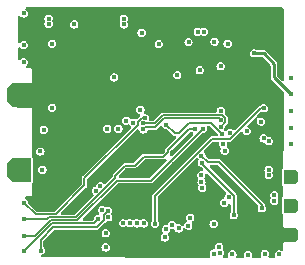
<source format=gbr>
%TF.GenerationSoftware,KiCad,Pcbnew,8.0.5*%
%TF.CreationDate,2024-10-22T15:36:18+02:00*%
%TF.ProjectId,cansatperso,63616e73-6174-4706-9572-736f2e6b6963,rev?*%
%TF.SameCoordinates,Original*%
%TF.FileFunction,Copper,L3,Inr*%
%TF.FilePolarity,Positive*%
%FSLAX46Y46*%
G04 Gerber Fmt 4.6, Leading zero omitted, Abs format (unit mm)*
G04 Created by KiCad (PCBNEW 8.0.5) date 2024-10-22 15:36:18*
%MOMM*%
%LPD*%
G01*
G04 APERTURE LIST*
G04 Aperture macros list*
%AMOutline5P*
0 Free polygon, 5 corners , with rotation*
0 The origin of the aperture is its center*
0 number of corners: always 5*
0 $1 to $10 corner X, Y*
0 $11 Rotation angle, in degrees counterclockwise*
0 create outline with 5 corners*
4,1,5,$1,$2,$3,$4,$5,$6,$7,$8,$9,$10,$1,$2,$11*%
%AMOutline6P*
0 Free polygon, 6 corners , with rotation*
0 The origin of the aperture is its center*
0 number of corners: always 6*
0 $1 to $12 corner X, Y*
0 $13 Rotation angle, in degrees counterclockwise*
0 create outline with 6 corners*
4,1,6,$1,$2,$3,$4,$5,$6,$7,$8,$9,$10,$11,$12,$1,$2,$13*%
%AMOutline7P*
0 Free polygon, 7 corners , with rotation*
0 The origin of the aperture is its center*
0 number of corners: always 7*
0 $1 to $14 corner X, Y*
0 $15 Rotation angle, in degrees counterclockwise*
0 create outline with 7 corners*
4,1,7,$1,$2,$3,$4,$5,$6,$7,$8,$9,$10,$11,$12,$13,$14,$1,$2,$15*%
%AMOutline8P*
0 Free polygon, 8 corners , with rotation*
0 The origin of the aperture is its center*
0 number of corners: always 8*
0 $1 to $16 corner X, Y*
0 $17 Rotation angle, in degrees counterclockwise*
0 create outline with 8 corners*
4,1,8,$1,$2,$3,$4,$5,$6,$7,$8,$9,$10,$11,$12,$13,$14,$15,$16,$1,$2,$17*%
%AMFreePoly0*
4,1,8,1.000000,0.600000,1.000000,-1.000000,0.000000,-1.000000,-1.000000,-1.000000,-1.000000,0.600000,-0.600000,1.000000,0.600000,1.000000,1.000000,0.600000,1.000000,0.600000,$1*%
G04 Aperture macros list end*
%TA.AperFunction,ComponentPad*%
%ADD10Outline6P,-0.600000X0.360000X-0.360000X0.600000X0.360000X0.600000X0.600000X0.360000X0.600000X-0.600000X-0.600000X-0.600000X270.000000*%
%TD*%
%TA.AperFunction,ComponentPad*%
%ADD11FreePoly0,90.000000*%
%TD*%
%TA.AperFunction,ViaPad*%
%ADD12C,0.400000*%
%TD*%
%TA.AperFunction,Conductor*%
%ADD13C,0.250000*%
%TD*%
%TA.AperFunction,Conductor*%
%ADD14C,0.150000*%
%TD*%
%TA.AperFunction,Conductor*%
%ADD15C,0.200000*%
%TD*%
G04 APERTURE END LIST*
D10*
%TO.N,TIM3_CHI_PWM4*%
%TO.C,REF\u002A\u002A2*%
X195660000Y-87340000D03*
%TD*%
D11*
%TO.N,GND*%
%TO.C,*%
X172680000Y-80400000D03*
%TD*%
D10*
%TO.N,+5V*%
%TO.C,REF\u002A\u002A1*%
X195660000Y-89740000D03*
%TD*%
%TO.N,GND*%
%TO.C,REF\u002A\u002A*%
X195660000Y-92190000D03*
%TD*%
D11*
%TO.N,BAT+*%
%TO.C,REF\u002A\u002A*%
X172675000Y-86705000D03*
%TD*%
D12*
%TO.N,GND*%
X189020000Y-78290000D03*
X186860000Y-77390000D03*
X186880000Y-77930000D03*
X176360000Y-93120000D03*
X176050000Y-79740000D03*
X184730000Y-85210000D03*
X176140000Y-82470000D03*
X194760000Y-76690000D03*
X195710000Y-81720000D03*
X192250000Y-88020000D03*
X182160000Y-85940000D03*
X188060000Y-80840000D03*
X191100000Y-73300000D03*
X174140000Y-76740000D03*
X182600000Y-73300000D03*
X189650000Y-79120000D03*
X190880000Y-79060000D03*
X175390000Y-93170000D03*
X194680000Y-91940000D03*
X180900000Y-73300000D03*
X185500000Y-89530000D03*
X183680000Y-78680000D03*
X178400000Y-90820000D03*
X173080000Y-74720000D03*
X186810000Y-92670000D03*
X182750000Y-85180000D03*
X194760000Y-85190000D03*
X186380000Y-89540000D03*
X183870000Y-86560000D03*
X185770000Y-86240000D03*
X177800000Y-79760000D03*
X175330000Y-93790000D03*
X182730000Y-75760000D03*
X179340000Y-84110000D03*
X191820000Y-87500000D03*
X192290000Y-91270000D03*
X177500000Y-73300000D03*
X188800000Y-87800000D03*
X174340000Y-78550000D03*
X183840000Y-85180000D03*
X179390000Y-79780000D03*
X175330000Y-92590000D03*
X183670000Y-77690000D03*
X187970000Y-90257500D03*
X178860000Y-92680000D03*
X187700000Y-73300000D03*
X184670000Y-89530000D03*
X184040000Y-93547500D03*
X182700000Y-93770000D03*
X194580000Y-91267500D03*
X189400000Y-73300000D03*
X174340000Y-80170000D03*
X178930000Y-93810000D03*
X189690000Y-80400000D03*
X182750000Y-86610000D03*
X179200000Y-73300000D03*
X181370000Y-87230000D03*
X192770000Y-77880000D03*
X178130000Y-84070000D03*
X181450000Y-79430000D03*
X192420000Y-91820000D03*
%TO.N,+3.3V*%
X187000000Y-91430000D03*
%TO.N,GND*%
X174400000Y-90095000D03*
X183600000Y-79750000D03*
X191330000Y-77620000D03*
X185670000Y-85170000D03*
X181840000Y-86720000D03*
X194760000Y-80090000D03*
X181000000Y-93770000D03*
X177480000Y-92630000D03*
X184300000Y-73300000D03*
X177600000Y-93770000D03*
X186000000Y-73300000D03*
X188010000Y-79360000D03*
X192600000Y-87500000D03*
%TO.N,+3.3V*%
X193380000Y-84040000D03*
X190050000Y-89495521D03*
X189750000Y-81710000D03*
X193800000Y-86700000D03*
X189950000Y-84530000D03*
X187800000Y-75020000D03*
X190420521Y-89010521D03*
X190070000Y-85070000D03*
X193830000Y-84270000D03*
X195710000Y-80320000D03*
X173070000Y-76130000D03*
X186180000Y-91660000D03*
X188320000Y-75010000D03*
X185110000Y-91730000D03*
X181090000Y-83220000D03*
X192570000Y-76830000D03*
X183050000Y-75090000D03*
X193816587Y-87131306D03*
X181740000Y-82530000D03*
X193150000Y-82610000D03*
X185020000Y-92422500D03*
X180140000Y-83220000D03*
%TO.N,NRST*%
X173080000Y-93590000D03*
X179380000Y-90850660D03*
%TO.N,USART3_RX*%
X180000000Y-93270000D03*
X182345000Y-82715000D03*
%TO.N,SDDETECT*%
X193396250Y-81483750D03*
X184190000Y-91260000D03*
%TO.N,VIN*%
X175470000Y-81450000D03*
X182950430Y-81600789D03*
X174480000Y-85147500D03*
%TO.N,+5V*%
X177340000Y-74380000D03*
X189147500Y-91280000D03*
X193490000Y-93810000D03*
X181560000Y-74390000D03*
X173070000Y-73460000D03*
X181541494Y-73890340D03*
X175170000Y-73890000D03*
X175170000Y-74330000D03*
X194280000Y-88840000D03*
X194280000Y-89310000D03*
X195710000Y-78920000D03*
%TO.N,ADC1_IN3_VBAT*%
X174770000Y-83300000D03*
X179180000Y-88470000D03*
%TO.N,ADC1_IN2_CURR*%
X180720000Y-78872500D03*
X179541191Y-88089171D03*
%TO.N,I2C3_SDA_ACCEL*%
X185110000Y-82870000D03*
X195710000Y-83120000D03*
X189860000Y-83705000D03*
%TO.N,I2C3_SCL_ACCEL*%
X188090000Y-87150000D03*
X191937000Y-83410000D03*
X195710000Y-84520000D03*
%TO.N,3.3VEN*%
X189655249Y-93721215D03*
X189160000Y-93790000D03*
X189740000Y-77920000D03*
X190530166Y-83559834D03*
X189610000Y-93200000D03*
%TO.N,SPI1_CS_SD*%
X182650000Y-91240000D03*
X190330000Y-76010000D03*
%TO.N,SPI1_MISO_SD*%
X181480000Y-91210000D03*
X184510000Y-76050000D03*
%TO.N,SPI1_SCK_SD*%
X180225170Y-90704168D03*
X187020000Y-75880000D03*
%TO.N,SPI1_MOSI_SD*%
X189220000Y-75840000D03*
X182060000Y-91220000D03*
%TO.N,USART1_RX_GPS*%
X189730000Y-83060000D03*
X183132230Y-82772331D03*
%TO.N,USART1_TX_GPS*%
X183185000Y-83269541D03*
X189760000Y-82490000D03*
%TO.N,LPUART1_RX_RADIO*%
X186065000Y-78680000D03*
X179690000Y-90100000D03*
%TO.N,LPUART1_TX_RADIO*%
X187160000Y-90760000D03*
X187976943Y-78256943D03*
%TO.N,GPIO_EXTI1*%
X173070000Y-77580000D03*
X183230000Y-91230000D03*
%TO.N,SWO*%
X183310000Y-82305000D03*
X173090000Y-89490000D03*
%TO.N,SWDIO*%
X188230000Y-83220000D03*
X173070000Y-92300000D03*
%TO.N,SWCLK{slash}I2C1_SDA*%
X173070000Y-90900000D03*
X187585000Y-83220000D03*
%TO.N,TIM3_CHI_PWM4*%
X188120000Y-87730000D03*
%TO.N,USART3_TX*%
X185620000Y-91330000D03*
X180020000Y-92060000D03*
%TO.N,D+*%
X193220000Y-89955000D03*
X188120000Y-85490000D03*
%TO.N,D-*%
X190860000Y-90540000D03*
X188150000Y-86110000D03*
%TO.N,BAT+*%
X174650000Y-86680000D03*
X175470000Y-76026000D03*
%TO.N,PWEN*%
X188180000Y-88240000D03*
X194690000Y-93860000D03*
%TO.N,USBD+*%
X192060000Y-93870000D03*
%TO.N,USBD-*%
X190740000Y-93860000D03*
%TO.N,ADC2_IN17*%
X180190000Y-90150000D03*
X174500000Y-93530000D03*
%TD*%
D13*
%TO.N,+3.3V*%
X194270000Y-77730000D02*
X193370000Y-76830000D01*
X195710000Y-80320000D02*
X194270000Y-78880000D01*
X193370000Y-76830000D02*
X192570000Y-76830000D01*
X194270000Y-78880000D02*
X194270000Y-77730000D01*
D14*
%TO.N,NRST*%
X175439669Y-91230331D02*
X173080000Y-93590000D01*
X179000329Y-91230331D02*
X175439669Y-91230331D01*
X179380000Y-90850660D02*
X179000329Y-91230331D01*
%TO.N,SDDETECT*%
X188999669Y-84080000D02*
X190540331Y-84080000D01*
X193136581Y-81483750D02*
X193396250Y-81483750D01*
X184190000Y-88889669D02*
X188999669Y-84080000D01*
X190540331Y-84080000D02*
X193136581Y-81483750D01*
X184190000Y-91260000D02*
X184190000Y-88889669D01*
D13*
%TO.N,VIN*%
X182950430Y-81600789D02*
X182950430Y-81609389D01*
D14*
%TO.N,I2C3_SDA_ACCEL*%
X187070000Y-82750000D02*
X186225000Y-83595000D01*
X189844669Y-83705000D02*
X188889669Y-82750000D01*
X186225000Y-83595000D02*
X185835000Y-83595000D01*
X189860000Y-83705000D02*
X189844669Y-83705000D01*
X188889669Y-82750000D02*
X187070000Y-82750000D01*
X185835000Y-83595000D02*
X185110000Y-82870000D01*
%TO.N,USART1_RX_GPS*%
X190140000Y-82650000D02*
X189730000Y-83060000D01*
X184851446Y-82095000D02*
X189895331Y-82095000D01*
X183132230Y-82772331D02*
X184174115Y-82772331D01*
X184174115Y-82772331D02*
X184851446Y-82095000D01*
X189895331Y-82095000D02*
X190140000Y-82339669D01*
X190140000Y-82339669D02*
X190140000Y-82650000D01*
%TO.N,USART1_TX_GPS*%
X184955000Y-82345000D02*
X189615000Y-82345000D01*
X184210000Y-83090000D02*
X184955000Y-82345000D01*
X183364541Y-83090000D02*
X184210000Y-83090000D01*
X189615000Y-82345000D02*
X189760000Y-82490000D01*
X183185000Y-83269541D02*
X183364541Y-83090000D01*
%TO.N,SWO*%
X183069230Y-82305000D02*
X183310000Y-82305000D01*
X182720000Y-82654230D02*
X183069230Y-82305000D01*
X178210000Y-88024872D02*
X178210000Y-87380331D01*
X173090000Y-89490000D02*
X174070000Y-90470000D01*
X182720000Y-82870331D02*
X182720000Y-82654230D01*
X178210000Y-87380331D02*
X182720000Y-82870331D01*
X175764872Y-90470000D02*
X178210000Y-88024872D01*
X174070000Y-90470000D02*
X175764872Y-90470000D01*
%TO.N,SWDIO*%
X177579669Y-90980331D02*
X180940000Y-87620000D01*
X175336115Y-90980331D02*
X177579669Y-90980331D01*
X180940000Y-87620000D02*
X183830000Y-87620000D01*
X173070000Y-92300000D02*
X174016446Y-92300000D01*
X183830000Y-87620000D02*
X188230000Y-83220000D01*
X174016446Y-92300000D02*
X175336115Y-90980331D01*
%TO.N,SWCLK{slash}I2C1_SDA*%
X184885331Y-85585000D02*
X185250000Y-85220331D01*
X175062892Y-90900000D02*
X175232561Y-90730331D01*
X182484669Y-86345000D02*
X183244669Y-85585000D01*
X185250000Y-85220331D02*
X185250000Y-85059669D01*
X185250000Y-85059669D02*
X187089669Y-83220000D01*
X177476115Y-90730331D02*
X180836446Y-87370000D01*
X180836446Y-87370000D02*
X180836446Y-87193223D01*
X173070000Y-90900000D02*
X175062892Y-90900000D01*
X175232561Y-90730331D02*
X177476115Y-90730331D01*
X181684669Y-86345000D02*
X182484669Y-86345000D01*
X187089669Y-83220000D02*
X187585000Y-83220000D01*
X183244669Y-85585000D02*
X184885331Y-85585000D01*
X180836446Y-87193223D02*
X181684669Y-86345000D01*
D15*
%TO.N,D+*%
X188670000Y-86040000D02*
X188120000Y-85490000D01*
X193220000Y-89955000D02*
X193220000Y-89660000D01*
X189600000Y-86040000D02*
X188670000Y-86040000D01*
X193220000Y-89660000D02*
X189600000Y-86040000D01*
%TO.N,D-*%
X188150000Y-86174314D02*
X190860000Y-88884314D01*
X190860000Y-88884314D02*
X190860000Y-90540000D01*
X188150000Y-86110000D02*
X188150000Y-86174314D01*
D14*
%TO.N,ADC2_IN17*%
X174500000Y-92620000D02*
X175570000Y-91550000D01*
X179270000Y-91550000D02*
X179850170Y-90969830D01*
X179850170Y-90969830D02*
X179850170Y-90489830D01*
X175570000Y-91550000D02*
X179270000Y-91550000D01*
X174500000Y-93530000D02*
X174500000Y-92620000D01*
X179850170Y-90489830D02*
X180190000Y-90150000D01*
%TD*%
%TA.AperFunction,Conductor*%
%TO.N,GND*%
G36*
X195012539Y-72960185D02*
G01*
X195058294Y-73012989D01*
X195069500Y-73064500D01*
X195069500Y-78249992D01*
X195084799Y-78286928D01*
X195108511Y-78310640D01*
X195141996Y-78371963D01*
X195144830Y-78398437D01*
X195144205Y-79065343D01*
X195124458Y-79132364D01*
X195071611Y-79178070D01*
X195002443Y-79187948D01*
X194938914Y-79158864D01*
X194932524Y-79152908D01*
X194581819Y-78802203D01*
X194548334Y-78740880D01*
X194545500Y-78714522D01*
X194545500Y-77675201D01*
X194545500Y-77675200D01*
X194507102Y-77582500D01*
X194503557Y-77573941D01*
X194503556Y-77573940D01*
X194503556Y-77573939D01*
X193526059Y-76596444D01*
X193526058Y-76596443D01*
X193424800Y-76554500D01*
X192831112Y-76554500D01*
X192774820Y-76540985D01*
X192679661Y-76492500D01*
X192679659Y-76492499D01*
X192679656Y-76492498D01*
X192570002Y-76475131D01*
X192569998Y-76475131D01*
X192460341Y-76492498D01*
X192361414Y-76542904D01*
X192361407Y-76542909D01*
X192282909Y-76621407D01*
X192282904Y-76621414D01*
X192232498Y-76720341D01*
X192215131Y-76829997D01*
X192215131Y-76830002D01*
X192232498Y-76939658D01*
X192282904Y-77038585D01*
X192282909Y-77038592D01*
X192361407Y-77117090D01*
X192361410Y-77117092D01*
X192361413Y-77117095D01*
X192377291Y-77125185D01*
X192460341Y-77167501D01*
X192569998Y-77184869D01*
X192570000Y-77184869D01*
X192570002Y-77184869D01*
X192679656Y-77167501D01*
X192679656Y-77167500D01*
X192679661Y-77167500D01*
X192774820Y-77119014D01*
X192831112Y-77105500D01*
X193204523Y-77105500D01*
X193271562Y-77125185D01*
X193292204Y-77141819D01*
X193958181Y-77807796D01*
X193991666Y-77869119D01*
X193994500Y-77895477D01*
X193994500Y-78934800D01*
X194036443Y-79036058D01*
X194036444Y-79036059D01*
X195106828Y-80106444D01*
X195140313Y-80167767D01*
X195143147Y-80194241D01*
X195138675Y-84967948D01*
X195118928Y-85034969D01*
X195102359Y-85055511D01*
X195074799Y-85083072D01*
X195059500Y-85120007D01*
X195059500Y-86493051D01*
X195039815Y-86560090D01*
X195004391Y-86596153D01*
X194951495Y-86631496D01*
X194918234Y-86681275D01*
X194918231Y-86681282D01*
X194909500Y-86725177D01*
X194909500Y-86725180D01*
X194909500Y-87954820D01*
X194909500Y-87954822D01*
X194909499Y-87954822D01*
X194918231Y-87998717D01*
X194918234Y-87998724D01*
X194951494Y-88048502D01*
X194951495Y-88048502D01*
X194951496Y-88048504D01*
X195001278Y-88081767D01*
X195001280Y-88081767D01*
X195004390Y-88083845D01*
X195049195Y-88137457D01*
X195059500Y-88186948D01*
X195059500Y-88893051D01*
X195039815Y-88960090D01*
X195004391Y-88996153D01*
X194951495Y-89031496D01*
X194918234Y-89081275D01*
X194918231Y-89081282D01*
X194909500Y-89125177D01*
X194909500Y-89125180D01*
X194909500Y-90354820D01*
X194909500Y-90354822D01*
X194909499Y-90354822D01*
X194918231Y-90398717D01*
X194918234Y-90398724D01*
X194951494Y-90448502D01*
X194951495Y-90448502D01*
X194951496Y-90448504D01*
X195001278Y-90481767D01*
X195001280Y-90481767D01*
X195004390Y-90483845D01*
X195049195Y-90537457D01*
X195059500Y-90586948D01*
X195059500Y-91469992D01*
X195074799Y-91506928D01*
X195096128Y-91528257D01*
X195129613Y-91589580D01*
X195132447Y-91616054D01*
X195131362Y-92775261D01*
X195111615Y-92842282D01*
X195095046Y-92862823D01*
X195074800Y-92883069D01*
X195074799Y-92883071D01*
X195059500Y-92920007D01*
X195059500Y-93452545D01*
X195039815Y-93519584D01*
X194987011Y-93565339D01*
X194917853Y-93575283D01*
X194879206Y-93563030D01*
X194799658Y-93522498D01*
X194690002Y-93505131D01*
X194689998Y-93505131D01*
X194580341Y-93522498D01*
X194481414Y-93572904D01*
X194481407Y-93572909D01*
X194402909Y-93651407D01*
X194402904Y-93651414D01*
X194352498Y-93750341D01*
X194335131Y-93859997D01*
X194335131Y-93860002D01*
X194352499Y-93969659D01*
X194355514Y-93978937D01*
X194353688Y-93979530D01*
X194364342Y-94036262D01*
X194338065Y-94101002D01*
X194280958Y-94141258D01*
X194240743Y-94147886D01*
X193913637Y-94147312D01*
X193846633Y-94127510D01*
X193800970Y-94074625D01*
X193791148Y-94005450D01*
X193803368Y-93967022D01*
X193827500Y-93919661D01*
X193833011Y-93884869D01*
X193844869Y-93810002D01*
X193844869Y-93809997D01*
X193827501Y-93700341D01*
X193827153Y-93699658D01*
X193777095Y-93601413D01*
X193777092Y-93601410D01*
X193777090Y-93601407D01*
X193698592Y-93522909D01*
X193698588Y-93522906D01*
X193698587Y-93522905D01*
X193678417Y-93512628D01*
X193599658Y-93472498D01*
X193490002Y-93455131D01*
X193489998Y-93455131D01*
X193380341Y-93472498D01*
X193281414Y-93522904D01*
X193281407Y-93522909D01*
X193202909Y-93601407D01*
X193202904Y-93601414D01*
X193152498Y-93700341D01*
X193135131Y-93809997D01*
X193135131Y-93810002D01*
X193152498Y-93919658D01*
X193175871Y-93965530D01*
X193188767Y-94034200D01*
X193162490Y-94098940D01*
X193105383Y-94139196D01*
X193065168Y-94145824D01*
X192514277Y-94144857D01*
X192447273Y-94125055D01*
X192401610Y-94072170D01*
X192391788Y-94002995D01*
X192396568Y-93982527D01*
X192397496Y-93979667D01*
X192397500Y-93979661D01*
X192412837Y-93882828D01*
X192414869Y-93870002D01*
X192414869Y-93869997D01*
X192397501Y-93760341D01*
X192377564Y-93721212D01*
X192347095Y-93661413D01*
X192347092Y-93661410D01*
X192347090Y-93661407D01*
X192268592Y-93582909D01*
X192268588Y-93582906D01*
X192268587Y-93582905D01*
X192229580Y-93563030D01*
X192169658Y-93532498D01*
X192060002Y-93515131D01*
X192059998Y-93515131D01*
X191950341Y-93532498D01*
X191851414Y-93582904D01*
X191851407Y-93582909D01*
X191772909Y-93661407D01*
X191772904Y-93661414D01*
X191722498Y-93760341D01*
X191705131Y-93869997D01*
X191705131Y-93870002D01*
X191722499Y-93979662D01*
X191722916Y-93980944D01*
X191722962Y-93982588D01*
X191724026Y-93989300D01*
X191723158Y-93989437D01*
X191724911Y-94050785D01*
X191688830Y-94110618D01*
X191626128Y-94141445D01*
X191604767Y-94143261D01*
X191191546Y-94142536D01*
X191124542Y-94122734D01*
X191078879Y-94069849D01*
X191069057Y-94000674D01*
X191075836Y-93979375D01*
X191074486Y-93978937D01*
X191077498Y-93969664D01*
X191077500Y-93969661D01*
X191091191Y-93883223D01*
X191094869Y-93860002D01*
X191094869Y-93859997D01*
X191077501Y-93750341D01*
X191041833Y-93680339D01*
X191027095Y-93651413D01*
X191027092Y-93651410D01*
X191027090Y-93651407D01*
X190948592Y-93572909D01*
X190948588Y-93572906D01*
X190948587Y-93572905D01*
X190929206Y-93563030D01*
X190849658Y-93522498D01*
X190740002Y-93505131D01*
X190739998Y-93505131D01*
X190630341Y-93522498D01*
X190531414Y-93572904D01*
X190531407Y-93572909D01*
X190452909Y-93651407D01*
X190452904Y-93651414D01*
X190402498Y-93750341D01*
X190385131Y-93859997D01*
X190385131Y-93860002D01*
X190402498Y-93969657D01*
X190405414Y-93978629D01*
X190407411Y-94048470D01*
X190371332Y-94108304D01*
X190308632Y-94139133D01*
X190287266Y-94140950D01*
X190030790Y-94140500D01*
X189963786Y-94120698D01*
X189918123Y-94067813D01*
X189908301Y-93998638D01*
X189937438Y-93935133D01*
X189942110Y-93930123D01*
X189942338Y-93929807D01*
X189942344Y-93929802D01*
X189992749Y-93830876D01*
X189992749Y-93830874D01*
X189992750Y-93830873D01*
X190010118Y-93721217D01*
X190010118Y-93721212D01*
X189992750Y-93611556D01*
X189974268Y-93575283D01*
X189942344Y-93512628D01*
X189942341Y-93512625D01*
X189942339Y-93512622D01*
X189940954Y-93511237D01*
X189939807Y-93509136D01*
X189936605Y-93504729D01*
X189937174Y-93504315D01*
X189907469Y-93449914D01*
X189912453Y-93380222D01*
X189918147Y-93367268D01*
X189947500Y-93309661D01*
X189959355Y-93234813D01*
X189964869Y-93200002D01*
X189964869Y-93199997D01*
X189947501Y-93090341D01*
X189932762Y-93061414D01*
X189897095Y-92991413D01*
X189897092Y-92991410D01*
X189897090Y-92991407D01*
X189818592Y-92912909D01*
X189818588Y-92912906D01*
X189818587Y-92912905D01*
X189778736Y-92892600D01*
X189719658Y-92862498D01*
X189610002Y-92845131D01*
X189609998Y-92845131D01*
X189500341Y-92862498D01*
X189401414Y-92912904D01*
X189401407Y-92912909D01*
X189322909Y-92991407D01*
X189322904Y-92991414D01*
X189272498Y-93090341D01*
X189255131Y-93199997D01*
X189255131Y-93200003D01*
X189269734Y-93292205D01*
X189260779Y-93361498D01*
X189215783Y-93414950D01*
X189166660Y-93434075D01*
X189050341Y-93452499D01*
X188951414Y-93502904D01*
X188951407Y-93502909D01*
X188872909Y-93581407D01*
X188872904Y-93581414D01*
X188822498Y-93680341D01*
X188805131Y-93789997D01*
X188805131Y-93790002D01*
X188822498Y-93899656D01*
X188822499Y-93899659D01*
X188822500Y-93899661D01*
X188852197Y-93957946D01*
X188865093Y-94026612D01*
X188838817Y-94091353D01*
X188781710Y-94131610D01*
X188741494Y-94138238D01*
X174631923Y-94113485D01*
X174564919Y-94093683D01*
X174519256Y-94040799D01*
X174509434Y-93971623D01*
X174538571Y-93908118D01*
X174597415Y-93870447D01*
X174607653Y-93868152D01*
X174609657Y-93867501D01*
X174609658Y-93867500D01*
X174609661Y-93867500D01*
X174708587Y-93817095D01*
X174787095Y-93738587D01*
X174837500Y-93639661D01*
X174837500Y-93639659D01*
X174837501Y-93639658D01*
X174854869Y-93530002D01*
X174854869Y-93529997D01*
X174837501Y-93420341D01*
X174817059Y-93380222D01*
X174787095Y-93321413D01*
X174787092Y-93321410D01*
X174787090Y-93321407D01*
X174761819Y-93296136D01*
X174747546Y-93269997D01*
X179645131Y-93269997D01*
X179645131Y-93270002D01*
X179662498Y-93379658D01*
X179712904Y-93478585D01*
X179712909Y-93478592D01*
X179791407Y-93557090D01*
X179791410Y-93557092D01*
X179791413Y-93557095D01*
X179890339Y-93607500D01*
X179890341Y-93607501D01*
X179999998Y-93624869D01*
X180000000Y-93624869D01*
X180000002Y-93624869D01*
X180109658Y-93607501D01*
X180109659Y-93607500D01*
X180109661Y-93607500D01*
X180208587Y-93557095D01*
X180287095Y-93478587D01*
X180337500Y-93379661D01*
X180337500Y-93379659D01*
X180337501Y-93379658D01*
X180354869Y-93270002D01*
X180354869Y-93269997D01*
X180337501Y-93160341D01*
X180301833Y-93090339D01*
X180287095Y-93061413D01*
X180287092Y-93061410D01*
X180287090Y-93061407D01*
X180208592Y-92982909D01*
X180208588Y-92982906D01*
X180208587Y-92982905D01*
X180204743Y-92980946D01*
X180109658Y-92932498D01*
X180000002Y-92915131D01*
X179999998Y-92915131D01*
X179890341Y-92932498D01*
X179791414Y-92982904D01*
X179791407Y-92982909D01*
X179712909Y-93061407D01*
X179712904Y-93061414D01*
X179662498Y-93160341D01*
X179645131Y-93269997D01*
X174747546Y-93269997D01*
X174728334Y-93234813D01*
X174725500Y-93208455D01*
X174725500Y-92764767D01*
X174745185Y-92697728D01*
X174761819Y-92677086D01*
X175016408Y-92422497D01*
X184665131Y-92422497D01*
X184665131Y-92422502D01*
X184682498Y-92532158D01*
X184732904Y-92631085D01*
X184732909Y-92631092D01*
X184811407Y-92709590D01*
X184811410Y-92709592D01*
X184811413Y-92709595D01*
X184865554Y-92737181D01*
X184910341Y-92760001D01*
X185019998Y-92777369D01*
X185020000Y-92777369D01*
X185020002Y-92777369D01*
X185129658Y-92760001D01*
X185129659Y-92760000D01*
X185129661Y-92760000D01*
X185228587Y-92709595D01*
X185307095Y-92631087D01*
X185357500Y-92532161D01*
X185357500Y-92532159D01*
X185357501Y-92532158D01*
X185374869Y-92422502D01*
X185374869Y-92422497D01*
X185357501Y-92312841D01*
X185334955Y-92268592D01*
X185307095Y-92213913D01*
X185307092Y-92213910D01*
X185307090Y-92213907D01*
X185300597Y-92207414D01*
X185267112Y-92146091D01*
X185272096Y-92076399D01*
X185313968Y-92020466D01*
X185315401Y-92019409D01*
X185318580Y-92017098D01*
X185318587Y-92017095D01*
X185397095Y-91938587D01*
X185447500Y-91839661D01*
X185456240Y-91784475D01*
X185486168Y-91721344D01*
X185545479Y-91684412D01*
X185598111Y-91681402D01*
X185620000Y-91684869D01*
X185620000Y-91684868D01*
X185620001Y-91684869D01*
X185620002Y-91684869D01*
X185701480Y-91671964D01*
X185770773Y-91680918D01*
X185824225Y-91725915D01*
X185837849Y-91760905D01*
X185839482Y-91760375D01*
X185842498Y-91769657D01*
X185892904Y-91868585D01*
X185892909Y-91868592D01*
X185971407Y-91947090D01*
X185971410Y-91947092D01*
X185971413Y-91947095D01*
X186070339Y-91997500D01*
X186070341Y-91997501D01*
X186179998Y-92014869D01*
X186180000Y-92014869D01*
X186180002Y-92014869D01*
X186289658Y-91997501D01*
X186289659Y-91997500D01*
X186289661Y-91997500D01*
X186388587Y-91947095D01*
X186467095Y-91868587D01*
X186517500Y-91769661D01*
X186517842Y-91767501D01*
X186524069Y-91728190D01*
X186553998Y-91665055D01*
X186613309Y-91628123D01*
X186683172Y-91629121D01*
X186734223Y-91659906D01*
X186791407Y-91717090D01*
X186791410Y-91717092D01*
X186791413Y-91717095D01*
X186856011Y-91750009D01*
X186890341Y-91767501D01*
X186999998Y-91784869D01*
X187000000Y-91784869D01*
X187000002Y-91784869D01*
X187109658Y-91767501D01*
X187109659Y-91767500D01*
X187109661Y-91767500D01*
X187208587Y-91717095D01*
X187287095Y-91638587D01*
X187337500Y-91539661D01*
X187337500Y-91539659D01*
X187337501Y-91539658D01*
X187354869Y-91430002D01*
X187354869Y-91429997D01*
X187337501Y-91320341D01*
X187316945Y-91279997D01*
X188792631Y-91279997D01*
X188792631Y-91280002D01*
X188809998Y-91389658D01*
X188860404Y-91488585D01*
X188860409Y-91488592D01*
X188938907Y-91567090D01*
X188938910Y-91567092D01*
X188938913Y-91567095D01*
X189032675Y-91614869D01*
X189037841Y-91617501D01*
X189147498Y-91634869D01*
X189147500Y-91634869D01*
X189147502Y-91634869D01*
X189257158Y-91617501D01*
X189257159Y-91617500D01*
X189257161Y-91617500D01*
X189356087Y-91567095D01*
X189434595Y-91488587D01*
X189485000Y-91389661D01*
X189485000Y-91389659D01*
X189485001Y-91389658D01*
X189502369Y-91280002D01*
X189502369Y-91279997D01*
X189485001Y-91170341D01*
X189478612Y-91157802D01*
X189434595Y-91071413D01*
X189434592Y-91071410D01*
X189434590Y-91071407D01*
X189356092Y-90992909D01*
X189356088Y-90992906D01*
X189356087Y-90992905D01*
X189340859Y-90985146D01*
X189257158Y-90942498D01*
X189147502Y-90925131D01*
X189147498Y-90925131D01*
X189037841Y-90942498D01*
X188938914Y-90992904D01*
X188938907Y-90992909D01*
X188860409Y-91071407D01*
X188860404Y-91071414D01*
X188809998Y-91170341D01*
X188792631Y-91279997D01*
X187316945Y-91279997D01*
X187306754Y-91259997D01*
X187289671Y-91226470D01*
X187276776Y-91157802D01*
X187303053Y-91093062D01*
X187343861Y-91059693D01*
X187368587Y-91047095D01*
X187447095Y-90968587D01*
X187497500Y-90869661D01*
X187497500Y-90869659D01*
X187497501Y-90869658D01*
X187514869Y-90760002D01*
X187514869Y-90759997D01*
X187497501Y-90650341D01*
X187478628Y-90613301D01*
X187447095Y-90551413D01*
X187447092Y-90551410D01*
X187447090Y-90551407D01*
X187368592Y-90472909D01*
X187368588Y-90472906D01*
X187368587Y-90472905D01*
X187320697Y-90448504D01*
X187269658Y-90422498D01*
X187160002Y-90405131D01*
X187159998Y-90405131D01*
X187050341Y-90422498D01*
X186951414Y-90472904D01*
X186951407Y-90472909D01*
X186872909Y-90551407D01*
X186872904Y-90551414D01*
X186822498Y-90650341D01*
X186805131Y-90759997D01*
X186805131Y-90760002D01*
X186822498Y-90869658D01*
X186870327Y-90963528D01*
X186883223Y-91032197D01*
X186856946Y-91096938D01*
X186816140Y-91130305D01*
X186791415Y-91142903D01*
X186791407Y-91142909D01*
X186712909Y-91221407D01*
X186712904Y-91221414D01*
X186662499Y-91320341D01*
X186655930Y-91361812D01*
X186625999Y-91424946D01*
X186566687Y-91461876D01*
X186496825Y-91460877D01*
X186445776Y-91430093D01*
X186388592Y-91372909D01*
X186388588Y-91372906D01*
X186388587Y-91372905D01*
X186323336Y-91339658D01*
X186289658Y-91322498D01*
X186180002Y-91305131D01*
X186180000Y-91305131D01*
X186156490Y-91308854D01*
X186098518Y-91318036D01*
X186029224Y-91309080D01*
X185975773Y-91264083D01*
X185962153Y-91229093D01*
X185960518Y-91229625D01*
X185957501Y-91220342D01*
X185957500Y-91220340D01*
X185957500Y-91220339D01*
X185907095Y-91121413D01*
X185907092Y-91121410D01*
X185907090Y-91121407D01*
X185828592Y-91042909D01*
X185828588Y-91042906D01*
X185828587Y-91042905D01*
X185824743Y-91040946D01*
X185729658Y-90992498D01*
X185620002Y-90975131D01*
X185619998Y-90975131D01*
X185510341Y-90992498D01*
X185411414Y-91042904D01*
X185411407Y-91042909D01*
X185332909Y-91121407D01*
X185332904Y-91121414D01*
X185282498Y-91220341D01*
X185273759Y-91275522D01*
X185243830Y-91338657D01*
X185184518Y-91375588D01*
X185131890Y-91378598D01*
X185112885Y-91375588D01*
X185110000Y-91375131D01*
X185109999Y-91375131D01*
X185109998Y-91375131D01*
X185000341Y-91392498D01*
X184901414Y-91442904D01*
X184901407Y-91442909D01*
X184822909Y-91521407D01*
X184822904Y-91521414D01*
X184772498Y-91620341D01*
X184755131Y-91729997D01*
X184755131Y-91730002D01*
X184772498Y-91839658D01*
X184822904Y-91938585D01*
X184822909Y-91938592D01*
X184829402Y-91945085D01*
X184862887Y-92006408D01*
X184857903Y-92076100D01*
X184816031Y-92132033D01*
X184814609Y-92133083D01*
X184811408Y-92135408D01*
X184732909Y-92213907D01*
X184732904Y-92213914D01*
X184682498Y-92312841D01*
X184665131Y-92422497D01*
X175016408Y-92422497D01*
X175378908Y-92059997D01*
X179665131Y-92059997D01*
X179665131Y-92060002D01*
X179682498Y-92169658D01*
X179732904Y-92268585D01*
X179732909Y-92268592D01*
X179811407Y-92347090D01*
X179811410Y-92347092D01*
X179811413Y-92347095D01*
X179910339Y-92397500D01*
X179910341Y-92397501D01*
X180019998Y-92414869D01*
X180020000Y-92414869D01*
X180020002Y-92414869D01*
X180129658Y-92397501D01*
X180129659Y-92397500D01*
X180129661Y-92397500D01*
X180228587Y-92347095D01*
X180307095Y-92268587D01*
X180357500Y-92169661D01*
X180357500Y-92169659D01*
X180357501Y-92169658D01*
X180374869Y-92060002D01*
X180374869Y-92059997D01*
X180357501Y-91950341D01*
X180315848Y-91868592D01*
X180307095Y-91851413D01*
X180307092Y-91851410D01*
X180307090Y-91851407D01*
X180228592Y-91772909D01*
X180228588Y-91772906D01*
X180228587Y-91772905D01*
X180205036Y-91760905D01*
X180129658Y-91722498D01*
X180020002Y-91705131D01*
X180019998Y-91705131D01*
X179910341Y-91722498D01*
X179811414Y-91772904D01*
X179811407Y-91772909D01*
X179732909Y-91851407D01*
X179732904Y-91851414D01*
X179682498Y-91950341D01*
X179665131Y-92059997D01*
X175378908Y-92059997D01*
X175627086Y-91811819D01*
X175688409Y-91778334D01*
X175714767Y-91775500D01*
X179210703Y-91775500D01*
X179210711Y-91775501D01*
X179225145Y-91775501D01*
X179314854Y-91775501D01*
X179314855Y-91775501D01*
X179376396Y-91750009D01*
X179397736Y-91741170D01*
X179461170Y-91677736D01*
X179461170Y-91677735D01*
X179478608Y-91660297D01*
X179478609Y-91660294D01*
X179928908Y-91209997D01*
X181125131Y-91209997D01*
X181125131Y-91210002D01*
X181142498Y-91319658D01*
X181192904Y-91418585D01*
X181192909Y-91418592D01*
X181271407Y-91497090D01*
X181271410Y-91497092D01*
X181271413Y-91497095D01*
X181346199Y-91535200D01*
X181370341Y-91547501D01*
X181479998Y-91564869D01*
X181480000Y-91564869D01*
X181480002Y-91564869D01*
X181589658Y-91547501D01*
X181589659Y-91547500D01*
X181589661Y-91547500D01*
X181688587Y-91497095D01*
X181688587Y-91497094D01*
X181688590Y-91497093D01*
X181691426Y-91495033D01*
X181695453Y-91493595D01*
X181697283Y-91492664D01*
X181697403Y-91492900D01*
X181757233Y-91471555D01*
X181825286Y-91487382D01*
X181847221Y-91504049D01*
X181851410Y-91507092D01*
X181851413Y-91507095D01*
X181906573Y-91535200D01*
X181950341Y-91557501D01*
X182059998Y-91574869D01*
X182060000Y-91574869D01*
X182060002Y-91574869D01*
X182169658Y-91557501D01*
X182169659Y-91557500D01*
X182169661Y-91557500D01*
X182268587Y-91507095D01*
X182268587Y-91507094D01*
X182268590Y-91507093D01*
X182271426Y-91505033D01*
X182275453Y-91503595D01*
X182277283Y-91502664D01*
X182277403Y-91502900D01*
X182337233Y-91481555D01*
X182405286Y-91497382D01*
X182431989Y-91517672D01*
X182441407Y-91527090D01*
X182441410Y-91527092D01*
X182441413Y-91527095D01*
X182501087Y-91557500D01*
X182540341Y-91577501D01*
X182649998Y-91594869D01*
X182650000Y-91594869D01*
X182650002Y-91594869D01*
X182759658Y-91577501D01*
X182759659Y-91577500D01*
X182759661Y-91577500D01*
X182858587Y-91527095D01*
X182858592Y-91527089D01*
X182866486Y-91521356D01*
X182867365Y-91522566D01*
X182919314Y-91494190D01*
X182989006Y-91499163D01*
X183018575Y-91515033D01*
X183021412Y-91517094D01*
X183021413Y-91517095D01*
X183100713Y-91557500D01*
X183120341Y-91567501D01*
X183229998Y-91584869D01*
X183230000Y-91584869D01*
X183230002Y-91584869D01*
X183339658Y-91567501D01*
X183339659Y-91567500D01*
X183339661Y-91567500D01*
X183438587Y-91517095D01*
X183517095Y-91438587D01*
X183567500Y-91339661D01*
X183567500Y-91339659D01*
X183567501Y-91339658D01*
X183584869Y-91230002D01*
X183584869Y-91229997D01*
X183567501Y-91120341D01*
X183558070Y-91101832D01*
X183517095Y-91021413D01*
X183517092Y-91021410D01*
X183517090Y-91021407D01*
X183438592Y-90942909D01*
X183438588Y-90942906D01*
X183438587Y-90942905D01*
X183425844Y-90936412D01*
X183339658Y-90892498D01*
X183230002Y-90875131D01*
X183229998Y-90875131D01*
X183120341Y-90892498D01*
X183021414Y-90942904D01*
X183013514Y-90948644D01*
X183012636Y-90947436D01*
X182960657Y-90975814D01*
X182890965Y-90970824D01*
X182861432Y-90954971D01*
X182858590Y-90952907D01*
X182858587Y-90952905D01*
X182799708Y-90922905D01*
X182759658Y-90902498D01*
X182650002Y-90885131D01*
X182649998Y-90885131D01*
X182540341Y-90902498D01*
X182441407Y-90952908D01*
X182438563Y-90954974D01*
X182434529Y-90956412D01*
X182432717Y-90957336D01*
X182432597Y-90957101D01*
X182372753Y-90978445D01*
X182304701Y-90962610D01*
X182278010Y-90942327D01*
X182268592Y-90932909D01*
X182268588Y-90932906D01*
X182268587Y-90932905D01*
X182229040Y-90912755D01*
X182169658Y-90882498D01*
X182060002Y-90865131D01*
X182059998Y-90865131D01*
X181950341Y-90882498D01*
X181851407Y-90932908D01*
X181848563Y-90934974D01*
X181844529Y-90936412D01*
X181842717Y-90937336D01*
X181842597Y-90937101D01*
X181782753Y-90958445D01*
X181714701Y-90942610D01*
X181692774Y-90925947D01*
X181688588Y-90922906D01*
X181688587Y-90922905D01*
X181668676Y-90912760D01*
X181589658Y-90872498D01*
X181480002Y-90855131D01*
X181479998Y-90855131D01*
X181370341Y-90872498D01*
X181271414Y-90922904D01*
X181271407Y-90922909D01*
X181192909Y-91001407D01*
X181192904Y-91001414D01*
X181142498Y-91100341D01*
X181125131Y-91209997D01*
X179928908Y-91209997D01*
X180041340Y-91097566D01*
X180041340Y-91097565D01*
X180049976Y-91088930D01*
X180051910Y-91090864D01*
X180091714Y-91057594D01*
X180160613Y-91048812D01*
X180185023Y-91052678D01*
X180225169Y-91059037D01*
X180225170Y-91059037D01*
X180225172Y-91059037D01*
X180334828Y-91041669D01*
X180334829Y-91041668D01*
X180334831Y-91041668D01*
X180433757Y-90991263D01*
X180512265Y-90912755D01*
X180562670Y-90813829D01*
X180562670Y-90813827D01*
X180562671Y-90813826D01*
X180580039Y-90704170D01*
X180580039Y-90704165D01*
X180562671Y-90594509D01*
X180562327Y-90593834D01*
X180512265Y-90495581D01*
X180512262Y-90495578D01*
X180512260Y-90495575D01*
X180506429Y-90489744D01*
X180472944Y-90428421D01*
X180477928Y-90358729D01*
X180483615Y-90345790D01*
X180527500Y-90259661D01*
X180527501Y-90259656D01*
X180544869Y-90150002D01*
X180544869Y-90149997D01*
X180527501Y-90040341D01*
X180502024Y-89990339D01*
X180477095Y-89941413D01*
X180477092Y-89941410D01*
X180477090Y-89941407D01*
X180398592Y-89862909D01*
X180398588Y-89862906D01*
X180398587Y-89862905D01*
X180365370Y-89845980D01*
X180299658Y-89812498D01*
X180190002Y-89795131D01*
X180189998Y-89795131D01*
X180080340Y-89812499D01*
X180039936Y-89833085D01*
X179971266Y-89845980D01*
X179906527Y-89819702D01*
X179900310Y-89814157D01*
X179898588Y-89812906D01*
X179898587Y-89812905D01*
X179875169Y-89800973D01*
X179799658Y-89762498D01*
X179690002Y-89745131D01*
X179689998Y-89745131D01*
X179580341Y-89762498D01*
X179481414Y-89812904D01*
X179481407Y-89812909D01*
X179402909Y-89891407D01*
X179402904Y-89891414D01*
X179352498Y-89990341D01*
X179335131Y-90099997D01*
X179335131Y-90100002D01*
X179352498Y-90209658D01*
X179402906Y-90308589D01*
X179403581Y-90309518D01*
X179404051Y-90310836D01*
X179407336Y-90317283D01*
X179406502Y-90317707D01*
X179427058Y-90375325D01*
X179411230Y-90443378D01*
X179361122Y-90492071D01*
X179322659Y-90504872D01*
X179270341Y-90513158D01*
X179171414Y-90563564D01*
X179171407Y-90563569D01*
X179092909Y-90642067D01*
X179092904Y-90642074D01*
X179042499Y-90741001D01*
X179024665Y-90853597D01*
X178994735Y-90916731D01*
X178989875Y-90921877D01*
X178943244Y-90968510D01*
X178881922Y-91001997D01*
X178855561Y-91004831D01*
X178173436Y-91004831D01*
X178106397Y-90985146D01*
X178060642Y-90932342D01*
X178050698Y-90863184D01*
X178079723Y-90799628D01*
X178085755Y-90793150D01*
X180997086Y-87881819D01*
X181058409Y-87848334D01*
X181084767Y-87845500D01*
X183770703Y-87845500D01*
X183770711Y-87845501D01*
X183785145Y-87845501D01*
X183874853Y-87845501D01*
X183874855Y-87845501D01*
X183933460Y-87821225D01*
X183957736Y-87811170D01*
X184021170Y-87747736D01*
X184021170Y-87747735D01*
X184038608Y-87730297D01*
X184038610Y-87730294D01*
X188158779Y-83610124D01*
X188220100Y-83576641D01*
X188227061Y-83575334D01*
X188229998Y-83574868D01*
X188230000Y-83574869D01*
X188282146Y-83566609D01*
X188339658Y-83557501D01*
X188339659Y-83557500D01*
X188339661Y-83557500D01*
X188438587Y-83507095D01*
X188517095Y-83428587D01*
X188567500Y-83329661D01*
X188567500Y-83329659D01*
X188567501Y-83329658D01*
X188584869Y-83220002D01*
X188584869Y-83219998D01*
X188568856Y-83118898D01*
X188577810Y-83049605D01*
X188622806Y-82996153D01*
X188689558Y-82975513D01*
X188691329Y-82975500D01*
X188744902Y-82975500D01*
X188811941Y-82995185D01*
X188832583Y-83011819D01*
X189463583Y-83642819D01*
X189497068Y-83704142D01*
X189492084Y-83773834D01*
X189450212Y-83829767D01*
X189384748Y-83854184D01*
X189375902Y-83854500D01*
X189058966Y-83854500D01*
X189058958Y-83854499D01*
X189044524Y-83854499D01*
X188954814Y-83854499D01*
X188954812Y-83854499D01*
X188930169Y-83864707D01*
X188896208Y-83878774D01*
X188896206Y-83878774D01*
X188871933Y-83888829D01*
X183998829Y-88761933D01*
X183988774Y-88786206D01*
X183988774Y-88786208D01*
X183978814Y-88810253D01*
X183964499Y-88844812D01*
X183964499Y-88948957D01*
X183964500Y-88948966D01*
X183964500Y-90938455D01*
X183944815Y-91005494D01*
X183928181Y-91026136D01*
X183902909Y-91051407D01*
X183902904Y-91051414D01*
X183852498Y-91150341D01*
X183835131Y-91259997D01*
X183835131Y-91260002D01*
X183852498Y-91369658D01*
X183902904Y-91468585D01*
X183902909Y-91468592D01*
X183981407Y-91547090D01*
X183981410Y-91547092D01*
X183981413Y-91547095D01*
X184035923Y-91574869D01*
X184080341Y-91597501D01*
X184189998Y-91614869D01*
X184190000Y-91614869D01*
X184190002Y-91614869D01*
X184299658Y-91597501D01*
X184299659Y-91597500D01*
X184299661Y-91597500D01*
X184398587Y-91547095D01*
X184477095Y-91468587D01*
X184527500Y-91369661D01*
X184527500Y-91369659D01*
X184527501Y-91369658D01*
X184544869Y-91260002D01*
X184544869Y-91259997D01*
X184527501Y-91150341D01*
X184517292Y-91130305D01*
X184477095Y-91051413D01*
X184477092Y-91051410D01*
X184477090Y-91051407D01*
X184451819Y-91026136D01*
X184418334Y-90964813D01*
X184415500Y-90938455D01*
X184415500Y-89034435D01*
X184435185Y-88967396D01*
X184451814Y-88946759D01*
X187678766Y-85719806D01*
X187740087Y-85686323D01*
X187809779Y-85691307D01*
X187854126Y-85719808D01*
X187861636Y-85727318D01*
X187895121Y-85788641D01*
X187890137Y-85858333D01*
X187867883Y-85892961D01*
X187868644Y-85893514D01*
X187862904Y-85901414D01*
X187812498Y-86000341D01*
X187795131Y-86109997D01*
X187795131Y-86110002D01*
X187812498Y-86219658D01*
X187862904Y-86318585D01*
X187862909Y-86318592D01*
X187941407Y-86397090D01*
X187941409Y-86397091D01*
X187941413Y-86397095D01*
X188040339Y-86447500D01*
X188040341Y-86447500D01*
X188049617Y-86450514D01*
X188048709Y-86453308D01*
X188097639Y-86476500D01*
X188102794Y-86481369D01*
X188208156Y-86586731D01*
X188241641Y-86648054D01*
X188236657Y-86717746D01*
X188194785Y-86773679D01*
X188129321Y-86798096D01*
X188101078Y-86796885D01*
X188090003Y-86795131D01*
X188089998Y-86795131D01*
X187980341Y-86812498D01*
X187881414Y-86862904D01*
X187881407Y-86862909D01*
X187802909Y-86941407D01*
X187802904Y-86941414D01*
X187752498Y-87040341D01*
X187735131Y-87149997D01*
X187735131Y-87150002D01*
X187752498Y-87259658D01*
X187802904Y-87358585D01*
X187802909Y-87358592D01*
X187814034Y-87369717D01*
X187847519Y-87431040D01*
X187842535Y-87500732D01*
X187836838Y-87513692D01*
X187782498Y-87620341D01*
X187765131Y-87729997D01*
X187765131Y-87730002D01*
X187782498Y-87839658D01*
X187809820Y-87893280D01*
X187832905Y-87938587D01*
X187832908Y-87938590D01*
X187840278Y-87945960D01*
X187873765Y-88007282D01*
X187868783Y-88076973D01*
X187863085Y-88089938D01*
X187842498Y-88130341D01*
X187825131Y-88239997D01*
X187825131Y-88240002D01*
X187842498Y-88349658D01*
X187892904Y-88448585D01*
X187892909Y-88448592D01*
X187971407Y-88527090D01*
X187971410Y-88527092D01*
X187971413Y-88527095D01*
X188054218Y-88569286D01*
X188070341Y-88577501D01*
X188179998Y-88594869D01*
X188180000Y-88594869D01*
X188180002Y-88594869D01*
X188289658Y-88577501D01*
X188289659Y-88577500D01*
X188289661Y-88577500D01*
X188388587Y-88527095D01*
X188467095Y-88448587D01*
X188517500Y-88349661D01*
X188517500Y-88349659D01*
X188517501Y-88349658D01*
X188534869Y-88240002D01*
X188534869Y-88239997D01*
X188517501Y-88130341D01*
X188486617Y-88069727D01*
X188467095Y-88031413D01*
X188459721Y-88024039D01*
X188426234Y-87962717D01*
X188431216Y-87893026D01*
X188436906Y-87880077D01*
X188457500Y-87839661D01*
X188462685Y-87806929D01*
X188474869Y-87730002D01*
X188474869Y-87729997D01*
X188457501Y-87620341D01*
X188408972Y-87525097D01*
X188407095Y-87521413D01*
X188407092Y-87521410D01*
X188407090Y-87521407D01*
X188395965Y-87510282D01*
X188362480Y-87448959D01*
X188367464Y-87379267D01*
X188373161Y-87366306D01*
X188377092Y-87358589D01*
X188377095Y-87358587D01*
X188427500Y-87259661D01*
X188430919Y-87238078D01*
X188438666Y-87189161D01*
X188444869Y-87150000D01*
X188443114Y-87138922D01*
X188452067Y-87069632D01*
X188497061Y-87016179D01*
X188563812Y-86995537D01*
X188631126Y-87014260D01*
X188653268Y-87031843D01*
X190190711Y-88569286D01*
X190224196Y-88630609D01*
X190219212Y-88700301D01*
X190190711Y-88744648D01*
X190133430Y-88801928D01*
X190133425Y-88801935D01*
X190083019Y-88900862D01*
X190065652Y-89010518D01*
X190065652Y-89010523D01*
X190065977Y-89012575D01*
X190065652Y-89015089D01*
X190065652Y-89020280D01*
X190064981Y-89020280D01*
X190057022Y-89081868D01*
X190012026Y-89135320D01*
X189962904Y-89154446D01*
X189940341Y-89158020D01*
X189841414Y-89208425D01*
X189841407Y-89208430D01*
X189762909Y-89286928D01*
X189762904Y-89286935D01*
X189712498Y-89385862D01*
X189695131Y-89495518D01*
X189695131Y-89495523D01*
X189712498Y-89605179D01*
X189729906Y-89639344D01*
X189762904Y-89704107D01*
X189762909Y-89704113D01*
X189841407Y-89782611D01*
X189841410Y-89782613D01*
X189841413Y-89782616D01*
X189929505Y-89827501D01*
X189940341Y-89833022D01*
X190049998Y-89850390D01*
X190050000Y-89850390D01*
X190050002Y-89850390D01*
X190159658Y-89833022D01*
X190159659Y-89833021D01*
X190159661Y-89833021D01*
X190258587Y-89782616D01*
X190337095Y-89704108D01*
X190375016Y-89629682D01*
X190422989Y-89578888D01*
X190490810Y-89562092D01*
X190556945Y-89584629D01*
X190600397Y-89639344D01*
X190609500Y-89685978D01*
X190609500Y-90243455D01*
X190589815Y-90310494D01*
X190573181Y-90331136D01*
X190572909Y-90331407D01*
X190572904Y-90331414D01*
X190522498Y-90430341D01*
X190505131Y-90539997D01*
X190505131Y-90540002D01*
X190522498Y-90649658D01*
X190572904Y-90748585D01*
X190572909Y-90748592D01*
X190651407Y-90827090D01*
X190651410Y-90827092D01*
X190651413Y-90827095D01*
X190734948Y-90869658D01*
X190750341Y-90877501D01*
X190859998Y-90894869D01*
X190860000Y-90894869D01*
X190860002Y-90894869D01*
X190969658Y-90877501D01*
X190969659Y-90877500D01*
X190969661Y-90877500D01*
X191068587Y-90827095D01*
X191147095Y-90748587D01*
X191197500Y-90649661D01*
X191197500Y-90649659D01*
X191197501Y-90649658D01*
X191214869Y-90540002D01*
X191214869Y-90539997D01*
X191197501Y-90430341D01*
X191161013Y-90358729D01*
X191147095Y-90331413D01*
X191147092Y-90331410D01*
X191147090Y-90331407D01*
X191146819Y-90331136D01*
X191146594Y-90330724D01*
X191141356Y-90323514D01*
X191142287Y-90322837D01*
X191113334Y-90269813D01*
X191110500Y-90243455D01*
X191110500Y-88948584D01*
X191110501Y-88948575D01*
X191110501Y-88834488D01*
X191110501Y-88834486D01*
X191072364Y-88742418D01*
X191072364Y-88742417D01*
X191001897Y-88671950D01*
X190994832Y-88664885D01*
X190994825Y-88664879D01*
X188832128Y-86502181D01*
X188798643Y-86440858D01*
X188803627Y-86371166D01*
X188845499Y-86315233D01*
X188910963Y-86290816D01*
X188919809Y-86290500D01*
X189444877Y-86290500D01*
X189511916Y-86310185D01*
X189532558Y-86326819D01*
X192875697Y-89669958D01*
X192909182Y-89731281D01*
X192904198Y-89800973D01*
X192898502Y-89813931D01*
X192882499Y-89845340D01*
X192865131Y-89954997D01*
X192865131Y-89955002D01*
X192882498Y-90064658D01*
X192932904Y-90163585D01*
X192932909Y-90163592D01*
X193011407Y-90242090D01*
X193011410Y-90242092D01*
X193011413Y-90242095D01*
X193065813Y-90269813D01*
X193110341Y-90292501D01*
X193219998Y-90309869D01*
X193220000Y-90309869D01*
X193220002Y-90309869D01*
X193329658Y-90292501D01*
X193329659Y-90292500D01*
X193329661Y-90292500D01*
X193428587Y-90242095D01*
X193507095Y-90163587D01*
X193557500Y-90064661D01*
X193557500Y-90064659D01*
X193557501Y-90064658D01*
X193574869Y-89955002D01*
X193574869Y-89954997D01*
X193557501Y-89845341D01*
X193540974Y-89812905D01*
X193507095Y-89746413D01*
X193507092Y-89746410D01*
X193507090Y-89746407D01*
X193506819Y-89746136D01*
X193506594Y-89745724D01*
X193501356Y-89738514D01*
X193502287Y-89737837D01*
X193473334Y-89684813D01*
X193470500Y-89658455D01*
X193470500Y-89610173D01*
X193470499Y-89610170D01*
X193457542Y-89578888D01*
X193432364Y-89518103D01*
X193361897Y-89447636D01*
X192754258Y-88839997D01*
X193925131Y-88839997D01*
X193925131Y-88840002D01*
X193942498Y-88949658D01*
X193977680Y-89018706D01*
X193990576Y-89087375D01*
X193977680Y-89131294D01*
X193942498Y-89200341D01*
X193925131Y-89309997D01*
X193925131Y-89310002D01*
X193942498Y-89419658D01*
X193992904Y-89518585D01*
X193992909Y-89518592D01*
X194071407Y-89597090D01*
X194071410Y-89597092D01*
X194071413Y-89597095D01*
X194154332Y-89639344D01*
X194170341Y-89647501D01*
X194279998Y-89664869D01*
X194280000Y-89664869D01*
X194280002Y-89664869D01*
X194389658Y-89647501D01*
X194389659Y-89647500D01*
X194389661Y-89647500D01*
X194488587Y-89597095D01*
X194567095Y-89518587D01*
X194617500Y-89419661D01*
X194617500Y-89419659D01*
X194617501Y-89419658D01*
X194634869Y-89310002D01*
X194634869Y-89309997D01*
X194617501Y-89200343D01*
X194617500Y-89200341D01*
X194617500Y-89200339D01*
X194582318Y-89131290D01*
X194569423Y-89062626D01*
X194582316Y-89018712D01*
X194617500Y-88949661D01*
X194617672Y-88948575D01*
X194634869Y-88840002D01*
X194634869Y-88839997D01*
X194617501Y-88730341D01*
X194601276Y-88698498D01*
X194567095Y-88631413D01*
X194567092Y-88631410D01*
X194567090Y-88631407D01*
X194488592Y-88552909D01*
X194488588Y-88552906D01*
X194488587Y-88552905D01*
X194437922Y-88527090D01*
X194389658Y-88502498D01*
X194280002Y-88485131D01*
X194279998Y-88485131D01*
X194170341Y-88502498D01*
X194071414Y-88552904D01*
X194071407Y-88552909D01*
X193992909Y-88631407D01*
X193992904Y-88631414D01*
X193942498Y-88730341D01*
X193925131Y-88839997D01*
X192754258Y-88839997D01*
X190614258Y-86699997D01*
X193445131Y-86699997D01*
X193445131Y-86700002D01*
X193462498Y-86809658D01*
X193496115Y-86875635D01*
X193509011Y-86944304D01*
X193496117Y-86988220D01*
X193479085Y-87021648D01*
X193461718Y-87131303D01*
X193461718Y-87131308D01*
X193479085Y-87240964D01*
X193529491Y-87339891D01*
X193529496Y-87339898D01*
X193607994Y-87418396D01*
X193607997Y-87418398D01*
X193608000Y-87418401D01*
X193685832Y-87458058D01*
X193706928Y-87468807D01*
X193816585Y-87486175D01*
X193816587Y-87486175D01*
X193816589Y-87486175D01*
X193926245Y-87468807D01*
X193926246Y-87468806D01*
X193926248Y-87468806D01*
X194025174Y-87418401D01*
X194103682Y-87339893D01*
X194154087Y-87240967D01*
X194154087Y-87240965D01*
X194154088Y-87240964D01*
X194171456Y-87131308D01*
X194171456Y-87131303D01*
X194154088Y-87021649D01*
X194154087Y-87021647D01*
X194154087Y-87021645D01*
X194120469Y-86955666D01*
X194107574Y-86887001D01*
X194120469Y-86843085D01*
X194137500Y-86809661D01*
X194139524Y-86796885D01*
X194154869Y-86700002D01*
X194154869Y-86699997D01*
X194137501Y-86590341D01*
X194137500Y-86590339D01*
X194087095Y-86491413D01*
X194087092Y-86491410D01*
X194087090Y-86491407D01*
X194008592Y-86412909D01*
X194008588Y-86412906D01*
X194008587Y-86412905D01*
X193977548Y-86397090D01*
X193909658Y-86362498D01*
X193800002Y-86345131D01*
X193799998Y-86345131D01*
X193690341Y-86362498D01*
X193591414Y-86412904D01*
X193591407Y-86412909D01*
X193512909Y-86491407D01*
X193512904Y-86491414D01*
X193462498Y-86590341D01*
X193445131Y-86699997D01*
X190614258Y-86699997D01*
X189741897Y-85827636D01*
X189707369Y-85813334D01*
X189649829Y-85789500D01*
X189649828Y-85789500D01*
X188825123Y-85789500D01*
X188758084Y-85769815D01*
X188737442Y-85753181D01*
X188503473Y-85519212D01*
X188469988Y-85457889D01*
X188468681Y-85450929D01*
X188457501Y-85380341D01*
X188457500Y-85380339D01*
X188407095Y-85281413D01*
X188349806Y-85224124D01*
X188316323Y-85162804D01*
X188321307Y-85093112D01*
X188349805Y-85048767D01*
X189056755Y-84341819D01*
X189118078Y-84308334D01*
X189144436Y-84305500D01*
X189485503Y-84305500D01*
X189552542Y-84325185D01*
X189598297Y-84377989D01*
X189608241Y-84447147D01*
X189607976Y-84448898D01*
X189595131Y-84529997D01*
X189595131Y-84530002D01*
X189612498Y-84639658D01*
X189662904Y-84738585D01*
X189662909Y-84738592D01*
X189720154Y-84795837D01*
X189753639Y-84857160D01*
X189748655Y-84926852D01*
X189742960Y-84939809D01*
X189732498Y-84960342D01*
X189715131Y-85069997D01*
X189715131Y-85070002D01*
X189732498Y-85179658D01*
X189782904Y-85278585D01*
X189782909Y-85278592D01*
X189861407Y-85357090D01*
X189861410Y-85357092D01*
X189861413Y-85357095D01*
X189933504Y-85393827D01*
X189960341Y-85407501D01*
X190069998Y-85424869D01*
X190070000Y-85424869D01*
X190070002Y-85424869D01*
X190179658Y-85407501D01*
X190179659Y-85407500D01*
X190179661Y-85407500D01*
X190278587Y-85357095D01*
X190357095Y-85278587D01*
X190407500Y-85179661D01*
X190407500Y-85179659D01*
X190407501Y-85179658D01*
X190424869Y-85070002D01*
X190424869Y-85069997D01*
X190407501Y-84960341D01*
X190407500Y-84960339D01*
X190357095Y-84861413D01*
X190357092Y-84861410D01*
X190357090Y-84861407D01*
X190299845Y-84804162D01*
X190266360Y-84742839D01*
X190271344Y-84673147D01*
X190277034Y-84660201D01*
X190287500Y-84639661D01*
X190292594Y-84607500D01*
X190304869Y-84530002D01*
X190304869Y-84529997D01*
X190292024Y-84448898D01*
X190300979Y-84379604D01*
X190345975Y-84326153D01*
X190412726Y-84305513D01*
X190414497Y-84305500D01*
X190481034Y-84305500D01*
X190481042Y-84305501D01*
X190495476Y-84305501D01*
X190585184Y-84305501D01*
X190585186Y-84305501D01*
X190643791Y-84281225D01*
X190668067Y-84271170D01*
X190731501Y-84207736D01*
X190731501Y-84207735D01*
X190748939Y-84190297D01*
X190748941Y-84190294D01*
X190899238Y-84039997D01*
X193025131Y-84039997D01*
X193025131Y-84040002D01*
X193042498Y-84149658D01*
X193092904Y-84248585D01*
X193092909Y-84248592D01*
X193171407Y-84327090D01*
X193171410Y-84327092D01*
X193171413Y-84327095D01*
X193200311Y-84341819D01*
X193270341Y-84377501D01*
X193379998Y-84394869D01*
X193380000Y-84394869D01*
X193402286Y-84391339D01*
X193471579Y-84400293D01*
X193525032Y-84445288D01*
X193532165Y-84457508D01*
X193542904Y-84478585D01*
X193542906Y-84478588D01*
X193542909Y-84478592D01*
X193621407Y-84557090D01*
X193621410Y-84557092D01*
X193621413Y-84557095D01*
X193720339Y-84607500D01*
X193720341Y-84607501D01*
X193829998Y-84624869D01*
X193830000Y-84624869D01*
X193830002Y-84624869D01*
X193939658Y-84607501D01*
X193939659Y-84607500D01*
X193939661Y-84607500D01*
X194038587Y-84557095D01*
X194117095Y-84478587D01*
X194167500Y-84379661D01*
X194167500Y-84379659D01*
X194167501Y-84379658D01*
X194184869Y-84270002D01*
X194184869Y-84269997D01*
X194167501Y-84160341D01*
X194162058Y-84149658D01*
X194117095Y-84061413D01*
X194117092Y-84061410D01*
X194117090Y-84061407D01*
X194038592Y-83982909D01*
X194038588Y-83982906D01*
X194038587Y-83982905D01*
X193997849Y-83962148D01*
X193939658Y-83932498D01*
X193830002Y-83915131D01*
X193830000Y-83915131D01*
X193807709Y-83918661D01*
X193738416Y-83909704D01*
X193684965Y-83864707D01*
X193677836Y-83852494D01*
X193667095Y-83831413D01*
X193667093Y-83831411D01*
X193667090Y-83831407D01*
X193588592Y-83752909D01*
X193588588Y-83752906D01*
X193588587Y-83752905D01*
X193515505Y-83715668D01*
X193489658Y-83702498D01*
X193380002Y-83685131D01*
X193379998Y-83685131D01*
X193270341Y-83702498D01*
X193171414Y-83752904D01*
X193171407Y-83752909D01*
X193092909Y-83831407D01*
X193092904Y-83831414D01*
X193042498Y-83930341D01*
X193025131Y-84039997D01*
X190899238Y-84039997D01*
X191418087Y-83521147D01*
X191479408Y-83487664D01*
X191549100Y-83492648D01*
X191605033Y-83534520D01*
X191616248Y-83552531D01*
X191620641Y-83561153D01*
X191649904Y-83618585D01*
X191649909Y-83618592D01*
X191728407Y-83697090D01*
X191728410Y-83697092D01*
X191728413Y-83697095D01*
X191764865Y-83715668D01*
X191827341Y-83747501D01*
X191936998Y-83764869D01*
X191937000Y-83764869D01*
X191937002Y-83764869D01*
X192046658Y-83747501D01*
X192046659Y-83747500D01*
X192046661Y-83747500D01*
X192145587Y-83697095D01*
X192224095Y-83618587D01*
X192274500Y-83519661D01*
X192274500Y-83519659D01*
X192274501Y-83519658D01*
X192291869Y-83410002D01*
X192291869Y-83409997D01*
X192274501Y-83300341D01*
X192258808Y-83269541D01*
X192224095Y-83201413D01*
X192224092Y-83201410D01*
X192224090Y-83201407D01*
X192145592Y-83122909D01*
X192145588Y-83122906D01*
X192145587Y-83122905D01*
X192079534Y-83089250D01*
X192028740Y-83041277D01*
X192011944Y-82973456D01*
X192034481Y-82907321D01*
X192048142Y-82891092D01*
X192647019Y-82292216D01*
X192708341Y-82258732D01*
X192778033Y-82263716D01*
X192833966Y-82305588D01*
X192858383Y-82371052D01*
X192845184Y-82436192D01*
X192812498Y-82500341D01*
X192795131Y-82609997D01*
X192795131Y-82610002D01*
X192812498Y-82719658D01*
X192862904Y-82818585D01*
X192862909Y-82818592D01*
X192941407Y-82897090D01*
X192941410Y-82897092D01*
X192941413Y-82897095D01*
X193035690Y-82945131D01*
X193040341Y-82947501D01*
X193149998Y-82964869D01*
X193150000Y-82964869D01*
X193150002Y-82964869D01*
X193259658Y-82947501D01*
X193259659Y-82947500D01*
X193259661Y-82947500D01*
X193358587Y-82897095D01*
X193437095Y-82818587D01*
X193487500Y-82719661D01*
X193487500Y-82719659D01*
X193487501Y-82719658D01*
X193504869Y-82610002D01*
X193504869Y-82609997D01*
X193487501Y-82500341D01*
X193469403Y-82464821D01*
X193437095Y-82401413D01*
X193437092Y-82401410D01*
X193437090Y-82401407D01*
X193358592Y-82322909D01*
X193358588Y-82322906D01*
X193358587Y-82322905D01*
X193349117Y-82318080D01*
X193259658Y-82272498D01*
X193150002Y-82255131D01*
X193149998Y-82255131D01*
X193040341Y-82272498D01*
X192976192Y-82305184D01*
X192907522Y-82318080D01*
X192842782Y-82291803D01*
X192802526Y-82234696D01*
X192799534Y-82164891D01*
X192832216Y-82107019D01*
X193111194Y-81828041D01*
X193172515Y-81794558D01*
X193242207Y-81799542D01*
X193255157Y-81805234D01*
X193286589Y-81821250D01*
X193286590Y-81821250D01*
X193286592Y-81821251D01*
X193396248Y-81838619D01*
X193396250Y-81838619D01*
X193396252Y-81838619D01*
X193505908Y-81821251D01*
X193505909Y-81821250D01*
X193505911Y-81821250D01*
X193604837Y-81770845D01*
X193683345Y-81692337D01*
X193733750Y-81593411D01*
X193733750Y-81593409D01*
X193733751Y-81593408D01*
X193751119Y-81483752D01*
X193751119Y-81483747D01*
X193733751Y-81374091D01*
X193724090Y-81355131D01*
X193683345Y-81275163D01*
X193683342Y-81275160D01*
X193683340Y-81275157D01*
X193604842Y-81196659D01*
X193604838Y-81196656D01*
X193604837Y-81196655D01*
X193600993Y-81194696D01*
X193505908Y-81146248D01*
X193396252Y-81128881D01*
X193396248Y-81128881D01*
X193286591Y-81146248D01*
X193187664Y-81196654D01*
X193187657Y-81196659D01*
X193161194Y-81223123D01*
X193099871Y-81256608D01*
X193097706Y-81257059D01*
X193091727Y-81258248D01*
X193062423Y-81270386D01*
X193033120Y-81282524D01*
X193033118Y-81282524D01*
X193008845Y-81292579D01*
X192945410Y-81356015D01*
X190971400Y-83330024D01*
X190910077Y-83363509D01*
X190840385Y-83358525D01*
X190796039Y-83330025D01*
X190738753Y-83272739D01*
X190724375Y-83265413D01*
X190639824Y-83222332D01*
X190530168Y-83204965D01*
X190530164Y-83204965D01*
X190420507Y-83222332D01*
X190321580Y-83272738D01*
X190321577Y-83272740D01*
X190250067Y-83344250D01*
X190188743Y-83377734D01*
X190119052Y-83372749D01*
X190063118Y-83330878D01*
X190038702Y-83265413D01*
X190051901Y-83200275D01*
X190067500Y-83169661D01*
X190069491Y-83157095D01*
X190076651Y-83111886D01*
X190084869Y-83060000D01*
X190084868Y-83059998D01*
X190085334Y-83057061D01*
X190115263Y-82993926D01*
X190120108Y-82988795D01*
X190250294Y-82858610D01*
X190250297Y-82858608D01*
X190267735Y-82841170D01*
X190267736Y-82841170D01*
X190331170Y-82777736D01*
X190351988Y-82727476D01*
X190365501Y-82694854D01*
X190365501Y-82605145D01*
X190365501Y-82595156D01*
X190365500Y-82595142D01*
X190365500Y-82294815D01*
X190365498Y-82294810D01*
X190331172Y-82211935D01*
X190260671Y-82141434D01*
X190260664Y-82141428D01*
X190103942Y-81984706D01*
X190103940Y-81984703D01*
X190101044Y-81981807D01*
X190067559Y-81920484D01*
X190068592Y-81906038D01*
X190067623Y-81897025D01*
X190067623Y-81897024D01*
X190069237Y-81897024D01*
X190072543Y-81850792D01*
X190078232Y-81837849D01*
X190087500Y-81819661D01*
X190089129Y-81809381D01*
X190104869Y-81710002D01*
X190104869Y-81709997D01*
X190087501Y-81600341D01*
X190083970Y-81593411D01*
X190037095Y-81501413D01*
X190037092Y-81501410D01*
X190037090Y-81501407D01*
X189958592Y-81422909D01*
X189958588Y-81422906D01*
X189958587Y-81422905D01*
X189898317Y-81392196D01*
X189859658Y-81372498D01*
X189750002Y-81355131D01*
X189749998Y-81355131D01*
X189640341Y-81372498D01*
X189541414Y-81422904D01*
X189541407Y-81422909D01*
X189462909Y-81501407D01*
X189462904Y-81501414D01*
X189412498Y-81600341D01*
X189395131Y-81709997D01*
X189395131Y-81710002D01*
X189397681Y-81726102D01*
X189388726Y-81795395D01*
X189343730Y-81848847D01*
X189276979Y-81869487D01*
X189275208Y-81869500D01*
X184910743Y-81869500D01*
X184910735Y-81869499D01*
X184896301Y-81869499D01*
X184806592Y-81869499D01*
X184806590Y-81869499D01*
X184806588Y-81869500D01*
X184758040Y-81889609D01*
X184723711Y-81903828D01*
X184707056Y-81920484D01*
X184660276Y-81967264D01*
X184660275Y-81967265D01*
X184372410Y-82255131D01*
X184117029Y-82510512D01*
X184055706Y-82543997D01*
X184029348Y-82546831D01*
X183771752Y-82546831D01*
X183704713Y-82527146D01*
X183658958Y-82474342D01*
X183649014Y-82405184D01*
X183649279Y-82403433D01*
X183664869Y-82305002D01*
X183664869Y-82304997D01*
X183647501Y-82195341D01*
X183638290Y-82177263D01*
X183597095Y-82096413D01*
X183597092Y-82096410D01*
X183597090Y-82096407D01*
X183518592Y-82017909D01*
X183518588Y-82017906D01*
X183518587Y-82017905D01*
X183453430Y-81984706D01*
X183419658Y-81967498D01*
X183345142Y-81955696D01*
X183282007Y-81925766D01*
X183245077Y-81866454D01*
X183246075Y-81796592D01*
X183254051Y-81776941D01*
X183287930Y-81710450D01*
X183288002Y-81710000D01*
X183305299Y-81600791D01*
X183305299Y-81600786D01*
X183287931Y-81491130D01*
X183266973Y-81449997D01*
X183237525Y-81392202D01*
X183237522Y-81392199D01*
X183237520Y-81392196D01*
X183159022Y-81313698D01*
X183159018Y-81313695D01*
X183159017Y-81313694D01*
X183155173Y-81311735D01*
X183060088Y-81263287D01*
X182950432Y-81245920D01*
X182950428Y-81245920D01*
X182840771Y-81263287D01*
X182741844Y-81313693D01*
X182741837Y-81313698D01*
X182663339Y-81392196D01*
X182663334Y-81392203D01*
X182612928Y-81491130D01*
X182595561Y-81600786D01*
X182595561Y-81600791D01*
X182612928Y-81710447D01*
X182663334Y-81809374D01*
X182663339Y-81809381D01*
X182741837Y-81887879D01*
X182741840Y-81887881D01*
X182741843Y-81887884D01*
X182840769Y-81938289D01*
X182840770Y-81938289D01*
X182840772Y-81938290D01*
X182850055Y-81941307D01*
X182849498Y-81943020D01*
X182902021Y-81967914D01*
X182938957Y-82027222D01*
X182937965Y-82097085D01*
X182907179Y-82148145D01*
X182878060Y-82177264D01*
X182878059Y-82177265D01*
X182666201Y-82389122D01*
X182604878Y-82422607D01*
X182535186Y-82417623D01*
X182522226Y-82411926D01*
X182454658Y-82377498D01*
X182345002Y-82360131D01*
X182344998Y-82360131D01*
X182235341Y-82377498D01*
X182203187Y-82393882D01*
X182134517Y-82406778D01*
X182069777Y-82380501D01*
X182036409Y-82339693D01*
X182027095Y-82321413D01*
X182027091Y-82321409D01*
X182027090Y-82321407D01*
X181948592Y-82242909D01*
X181948588Y-82242906D01*
X181948587Y-82242905D01*
X181887801Y-82211933D01*
X181849658Y-82192498D01*
X181740002Y-82175131D01*
X181739998Y-82175131D01*
X181630341Y-82192498D01*
X181531414Y-82242904D01*
X181531407Y-82242909D01*
X181452909Y-82321407D01*
X181452904Y-82321414D01*
X181402498Y-82420341D01*
X181385131Y-82529997D01*
X181385131Y-82530002D01*
X181402498Y-82639658D01*
X181452904Y-82738585D01*
X181452909Y-82738592D01*
X181459407Y-82745090D01*
X181490776Y-82802539D01*
X181517700Y-82808396D01*
X181531156Y-82816908D01*
X181531413Y-82817095D01*
X181630341Y-82867501D01*
X181739998Y-82884869D01*
X181740000Y-82884869D01*
X181740002Y-82884869D01*
X181849656Y-82867501D01*
X181849656Y-82867500D01*
X181849661Y-82867500D01*
X181881814Y-82851116D01*
X181950478Y-82838221D01*
X182015219Y-82864496D01*
X182048589Y-82905304D01*
X182057905Y-82923587D01*
X182115191Y-82980873D01*
X182148675Y-83042194D01*
X182143691Y-83111886D01*
X182115190Y-83156234D01*
X178082265Y-87189160D01*
X178018830Y-87252594D01*
X178018830Y-87252596D01*
X177984499Y-87335475D01*
X177984499Y-87439619D01*
X177984500Y-87439628D01*
X177984500Y-87880105D01*
X177964815Y-87947144D01*
X177948181Y-87967786D01*
X175707786Y-90208181D01*
X175646463Y-90241666D01*
X175620105Y-90244500D01*
X174214768Y-90244500D01*
X174147729Y-90224815D01*
X174127087Y-90208181D01*
X173480126Y-89561221D01*
X173446641Y-89499898D01*
X173445334Y-89492937D01*
X173427501Y-89380342D01*
X173427500Y-89380340D01*
X173427500Y-89380339D01*
X173377095Y-89281413D01*
X173377092Y-89281410D01*
X173377090Y-89281407D01*
X173298592Y-89202909D01*
X173298588Y-89202906D01*
X173298587Y-89202905D01*
X173243789Y-89174984D01*
X173192993Y-89127011D01*
X173176198Y-89059190D01*
X173198735Y-88993055D01*
X173253450Y-88949603D01*
X173300084Y-88940500D01*
X173669989Y-88940500D01*
X173669991Y-88940500D01*
X173706929Y-88925200D01*
X173735200Y-88896929D01*
X173750500Y-88859991D01*
X173750500Y-88710009D01*
X173750500Y-87893280D01*
X173770185Y-87826241D01*
X173786819Y-87805599D01*
X173809666Y-87782751D01*
X173809667Y-87782750D01*
X173830500Y-87705000D01*
X173830500Y-86767860D01*
X173831097Y-86755707D01*
X173832111Y-86745401D01*
X173834590Y-86720242D01*
X173834590Y-86689758D01*
X173833629Y-86679997D01*
X174295131Y-86679997D01*
X174295131Y-86680002D01*
X174312498Y-86789658D01*
X174362904Y-86888585D01*
X174362909Y-86888592D01*
X174441407Y-86967090D01*
X174441410Y-86967092D01*
X174441413Y-86967095D01*
X174533980Y-87014260D01*
X174540341Y-87017501D01*
X174649998Y-87034869D01*
X174650000Y-87034869D01*
X174650002Y-87034869D01*
X174759658Y-87017501D01*
X174759659Y-87017500D01*
X174759661Y-87017500D01*
X174858587Y-86967095D01*
X174937095Y-86888587D01*
X174987500Y-86789661D01*
X174987500Y-86789659D01*
X174987501Y-86789658D01*
X175004869Y-86680002D01*
X175004869Y-86679997D01*
X174987501Y-86570341D01*
X174978702Y-86553072D01*
X174937095Y-86471413D01*
X174937092Y-86471410D01*
X174937090Y-86471407D01*
X174858592Y-86392909D01*
X174858588Y-86392906D01*
X174858587Y-86392905D01*
X174815922Y-86371166D01*
X174759658Y-86342498D01*
X174650002Y-86325131D01*
X174649998Y-86325131D01*
X174540341Y-86342498D01*
X174441414Y-86392904D01*
X174441407Y-86392909D01*
X174362909Y-86471407D01*
X174362904Y-86471414D01*
X174312498Y-86570341D01*
X174295131Y-86679997D01*
X173833629Y-86679997D01*
X173831097Y-86654292D01*
X173830500Y-86642139D01*
X173830500Y-85705002D01*
X173830500Y-85705000D01*
X173809667Y-85627250D01*
X173809666Y-85627249D01*
X173809666Y-85627248D01*
X173786819Y-85604401D01*
X173753334Y-85543078D01*
X173750500Y-85516720D01*
X173750500Y-85147497D01*
X174125131Y-85147497D01*
X174125131Y-85147502D01*
X174142498Y-85257158D01*
X174192904Y-85356085D01*
X174192909Y-85356092D01*
X174271407Y-85434590D01*
X174271410Y-85434592D01*
X174271413Y-85434595D01*
X174355580Y-85477480D01*
X174370341Y-85485001D01*
X174479998Y-85502369D01*
X174480000Y-85502369D01*
X174480002Y-85502369D01*
X174589658Y-85485001D01*
X174589659Y-85485000D01*
X174589661Y-85485000D01*
X174688587Y-85434595D01*
X174767095Y-85356087D01*
X174817500Y-85257161D01*
X174817500Y-85257159D01*
X174817501Y-85257158D01*
X174834869Y-85147502D01*
X174834869Y-85147497D01*
X174817501Y-85037841D01*
X174781889Y-84967948D01*
X174767095Y-84938913D01*
X174767092Y-84938910D01*
X174767090Y-84938907D01*
X174688592Y-84860409D01*
X174688588Y-84860406D01*
X174688587Y-84860405D01*
X174660431Y-84846059D01*
X174589658Y-84809998D01*
X174480002Y-84792631D01*
X174479998Y-84792631D01*
X174370341Y-84809998D01*
X174271414Y-84860404D01*
X174271407Y-84860409D01*
X174192909Y-84938907D01*
X174192904Y-84938914D01*
X174142498Y-85037841D01*
X174125131Y-85147497D01*
X173750500Y-85147497D01*
X173750500Y-83299997D01*
X174415131Y-83299997D01*
X174415131Y-83300002D01*
X174432498Y-83409658D01*
X174482904Y-83508585D01*
X174482909Y-83508592D01*
X174561407Y-83587090D01*
X174561410Y-83587092D01*
X174561413Y-83587095D01*
X174643606Y-83628974D01*
X174660341Y-83637501D01*
X174769998Y-83654869D01*
X174770000Y-83654869D01*
X174770002Y-83654869D01*
X174879658Y-83637501D01*
X174879659Y-83637500D01*
X174879661Y-83637500D01*
X174978587Y-83587095D01*
X175057095Y-83508587D01*
X175107500Y-83409661D01*
X175107500Y-83409659D01*
X175107501Y-83409658D01*
X175124869Y-83300002D01*
X175124869Y-83299997D01*
X175112198Y-83219997D01*
X179785131Y-83219997D01*
X179785131Y-83220002D01*
X179802498Y-83329658D01*
X179852904Y-83428585D01*
X179852909Y-83428592D01*
X179931407Y-83507090D01*
X179931410Y-83507092D01*
X179931413Y-83507095D01*
X180028643Y-83556636D01*
X180030341Y-83557501D01*
X180139998Y-83574869D01*
X180140000Y-83574869D01*
X180140002Y-83574869D01*
X180249658Y-83557501D01*
X180249659Y-83557500D01*
X180249661Y-83557500D01*
X180348587Y-83507095D01*
X180427095Y-83428587D01*
X180477500Y-83329661D01*
X180477500Y-83329659D01*
X180477501Y-83329658D01*
X180492527Y-83234788D01*
X180499406Y-83220275D01*
X180499154Y-83219723D01*
X180730593Y-83219723D01*
X180737473Y-83234788D01*
X180752498Y-83329658D01*
X180802904Y-83428585D01*
X180802909Y-83428592D01*
X180881407Y-83507090D01*
X180881410Y-83507092D01*
X180881413Y-83507095D01*
X180978643Y-83556636D01*
X180980341Y-83557501D01*
X181089998Y-83574869D01*
X181090000Y-83574869D01*
X181090002Y-83574869D01*
X181199658Y-83557501D01*
X181199659Y-83557500D01*
X181199661Y-83557500D01*
X181298587Y-83507095D01*
X181377095Y-83428587D01*
X181427500Y-83329661D01*
X181427500Y-83329659D01*
X181427501Y-83329658D01*
X181444869Y-83220002D01*
X181444869Y-83219997D01*
X181427501Y-83110341D01*
X181416755Y-83089251D01*
X181377095Y-83011413D01*
X181377092Y-83011410D01*
X181377090Y-83011407D01*
X181370592Y-83004909D01*
X181339222Y-82947459D01*
X181312299Y-82941603D01*
X181298845Y-82933093D01*
X181298588Y-82932906D01*
X181298587Y-82932905D01*
X181280299Y-82923587D01*
X181199658Y-82882498D01*
X181090002Y-82865131D01*
X181089998Y-82865131D01*
X180980341Y-82882498D01*
X180881414Y-82932904D01*
X180881407Y-82932909D01*
X180802909Y-83011407D01*
X180802904Y-83011414D01*
X180752498Y-83110341D01*
X180737473Y-83205211D01*
X180730593Y-83219723D01*
X180499154Y-83219723D01*
X180492527Y-83205211D01*
X180477501Y-83110341D01*
X180466755Y-83089251D01*
X180427095Y-83011413D01*
X180427092Y-83011410D01*
X180427090Y-83011407D01*
X180348592Y-82932909D01*
X180348588Y-82932906D01*
X180348587Y-82932905D01*
X180330299Y-82923587D01*
X180249658Y-82882498D01*
X180140002Y-82865131D01*
X180139998Y-82865131D01*
X180030341Y-82882498D01*
X179931414Y-82932904D01*
X179931407Y-82932909D01*
X179852909Y-83011407D01*
X179852904Y-83011414D01*
X179802498Y-83110341D01*
X179785131Y-83219997D01*
X175112198Y-83219997D01*
X175107501Y-83190341D01*
X175066738Y-83110339D01*
X175057095Y-83091413D01*
X175057092Y-83091410D01*
X175057090Y-83091407D01*
X174978592Y-83012909D01*
X174978588Y-83012906D01*
X174978587Y-83012905D01*
X174945709Y-82996153D01*
X174879658Y-82962498D01*
X174770002Y-82945131D01*
X174769998Y-82945131D01*
X174660341Y-82962498D01*
X174561414Y-83012904D01*
X174561407Y-83012909D01*
X174482909Y-83091407D01*
X174482904Y-83091414D01*
X174432498Y-83190341D01*
X174415131Y-83299997D01*
X173750500Y-83299997D01*
X173750500Y-81530010D01*
X173750499Y-81530007D01*
X173735200Y-81493071D01*
X173706928Y-81464799D01*
X173671192Y-81449997D01*
X175115131Y-81449997D01*
X175115131Y-81450002D01*
X175132498Y-81559658D01*
X175182904Y-81658585D01*
X175182909Y-81658592D01*
X175261407Y-81737090D01*
X175261410Y-81737092D01*
X175261413Y-81737095D01*
X175308740Y-81761209D01*
X175360341Y-81787501D01*
X175469998Y-81804869D01*
X175470000Y-81804869D01*
X175470002Y-81804869D01*
X175579658Y-81787501D01*
X175579659Y-81787500D01*
X175579661Y-81787500D01*
X175678587Y-81737095D01*
X175757095Y-81658587D01*
X175807500Y-81559661D01*
X175807500Y-81559659D01*
X175807501Y-81559658D01*
X175824869Y-81450002D01*
X175824869Y-81449997D01*
X175807501Y-81340341D01*
X175793923Y-81313693D01*
X175757095Y-81241413D01*
X175757092Y-81241410D01*
X175757090Y-81241407D01*
X175678592Y-81162909D01*
X175678588Y-81162906D01*
X175678587Y-81162905D01*
X175607980Y-81126929D01*
X175579658Y-81112498D01*
X175470002Y-81095131D01*
X175469998Y-81095131D01*
X175360341Y-81112498D01*
X175261414Y-81162904D01*
X175261407Y-81162909D01*
X175182909Y-81241407D01*
X175182904Y-81241414D01*
X175132498Y-81340341D01*
X175115131Y-81449997D01*
X173671192Y-81449997D01*
X173669992Y-81449500D01*
X173669991Y-81449500D01*
X172627607Y-81449500D01*
X172560568Y-81429815D01*
X172514813Y-81377011D01*
X172503607Y-81325558D01*
X172503077Y-80194241D01*
X172502749Y-79494557D01*
X172522402Y-79427509D01*
X172575185Y-79381730D01*
X172626749Y-79370500D01*
X173669989Y-79370500D01*
X173669991Y-79370500D01*
X173706929Y-79355200D01*
X173735200Y-79326929D01*
X173750500Y-79289991D01*
X173750500Y-79160009D01*
X173750500Y-78872497D01*
X180365131Y-78872497D01*
X180365131Y-78872502D01*
X180382498Y-78982158D01*
X180432904Y-79081085D01*
X180432909Y-79081092D01*
X180511407Y-79159590D01*
X180511410Y-79159592D01*
X180511413Y-79159595D01*
X180610339Y-79210000D01*
X180610341Y-79210001D01*
X180719998Y-79227369D01*
X180720000Y-79227369D01*
X180720002Y-79227369D01*
X180829658Y-79210001D01*
X180829659Y-79210000D01*
X180829661Y-79210000D01*
X180928587Y-79159595D01*
X181007095Y-79081087D01*
X181057500Y-78982161D01*
X181057500Y-78982159D01*
X181057501Y-78982158D01*
X181074869Y-78872502D01*
X181074869Y-78872497D01*
X181057501Y-78762841D01*
X181032881Y-78714522D01*
X181015290Y-78679997D01*
X185710131Y-78679997D01*
X185710131Y-78680002D01*
X185727498Y-78789658D01*
X185777904Y-78888585D01*
X185777909Y-78888592D01*
X185856407Y-78967090D01*
X185856410Y-78967092D01*
X185856413Y-78967095D01*
X185955339Y-79017500D01*
X185955341Y-79017501D01*
X186064998Y-79034869D01*
X186065000Y-79034869D01*
X186065002Y-79034869D01*
X186174658Y-79017501D01*
X186174659Y-79017500D01*
X186174661Y-79017500D01*
X186273587Y-78967095D01*
X186352095Y-78888587D01*
X186402500Y-78789661D01*
X186402500Y-78789659D01*
X186402501Y-78789658D01*
X186419869Y-78680002D01*
X186419869Y-78679997D01*
X186402501Y-78570341D01*
X186389099Y-78544038D01*
X186352095Y-78471413D01*
X186352092Y-78471410D01*
X186352090Y-78471407D01*
X186273592Y-78392909D01*
X186273588Y-78392906D01*
X186273587Y-78392905D01*
X186232486Y-78371963D01*
X186174658Y-78342498D01*
X186065002Y-78325131D01*
X186064998Y-78325131D01*
X185955341Y-78342498D01*
X185856414Y-78392904D01*
X185856407Y-78392909D01*
X185777909Y-78471407D01*
X185777904Y-78471414D01*
X185727498Y-78570341D01*
X185710131Y-78679997D01*
X181015290Y-78679997D01*
X181007095Y-78663913D01*
X181007092Y-78663910D01*
X181007090Y-78663907D01*
X180928592Y-78585409D01*
X180928588Y-78585406D01*
X180928587Y-78585405D01*
X180899018Y-78570339D01*
X180829658Y-78534998D01*
X180720002Y-78517631D01*
X180719998Y-78517631D01*
X180610341Y-78534998D01*
X180511414Y-78585404D01*
X180511407Y-78585409D01*
X180432909Y-78663907D01*
X180432904Y-78663914D01*
X180382498Y-78762841D01*
X180365131Y-78872497D01*
X173750500Y-78872497D01*
X173750500Y-78256940D01*
X187622074Y-78256940D01*
X187622074Y-78256945D01*
X187639441Y-78366601D01*
X187689847Y-78465528D01*
X187689852Y-78465535D01*
X187768350Y-78544033D01*
X187768353Y-78544035D01*
X187768356Y-78544038D01*
X187819975Y-78570339D01*
X187867284Y-78594444D01*
X187976941Y-78611812D01*
X187976943Y-78611812D01*
X187976945Y-78611812D01*
X188086601Y-78594444D01*
X188086602Y-78594443D01*
X188086604Y-78594443D01*
X188185530Y-78544038D01*
X188264038Y-78465530D01*
X188314443Y-78366604D01*
X188314443Y-78366602D01*
X188314444Y-78366601D01*
X188331812Y-78256945D01*
X188331812Y-78256940D01*
X188314444Y-78147284D01*
X188287702Y-78094800D01*
X188264038Y-78048356D01*
X188264035Y-78048353D01*
X188264033Y-78048350D01*
X188185535Y-77969852D01*
X188185531Y-77969849D01*
X188185530Y-77969848D01*
X188122736Y-77937853D01*
X188087692Y-77919997D01*
X189385131Y-77919997D01*
X189385131Y-77920002D01*
X189402498Y-78029658D01*
X189452904Y-78128585D01*
X189452909Y-78128592D01*
X189531407Y-78207090D01*
X189531410Y-78207092D01*
X189531413Y-78207095D01*
X189589966Y-78236929D01*
X189630341Y-78257501D01*
X189739998Y-78274869D01*
X189740000Y-78274869D01*
X189740002Y-78274869D01*
X189849658Y-78257501D01*
X189849659Y-78257500D01*
X189849661Y-78257500D01*
X189948587Y-78207095D01*
X190027095Y-78128587D01*
X190077500Y-78029661D01*
X190077500Y-78029659D01*
X190077501Y-78029658D01*
X190094869Y-77920002D01*
X190094869Y-77919997D01*
X190077501Y-77810341D01*
X190066416Y-77788585D01*
X190027095Y-77711413D01*
X190027092Y-77711410D01*
X190027090Y-77711407D01*
X189948592Y-77632909D01*
X189948588Y-77632906D01*
X189948587Y-77632905D01*
X189944743Y-77630946D01*
X189849658Y-77582498D01*
X189740002Y-77565131D01*
X189739998Y-77565131D01*
X189630341Y-77582498D01*
X189531414Y-77632904D01*
X189531407Y-77632909D01*
X189452909Y-77711407D01*
X189452904Y-77711414D01*
X189402498Y-77810341D01*
X189385131Y-77919997D01*
X188087692Y-77919997D01*
X188086601Y-77919441D01*
X187976945Y-77902074D01*
X187976941Y-77902074D01*
X187867284Y-77919441D01*
X187768357Y-77969847D01*
X187768350Y-77969852D01*
X187689852Y-78048350D01*
X187689847Y-78048357D01*
X187639441Y-78147284D01*
X187622074Y-78256940D01*
X173750500Y-78256940D01*
X173750500Y-78160009D01*
X173735200Y-78123071D01*
X173706929Y-78094800D01*
X173706928Y-78094799D01*
X173669992Y-78079500D01*
X173669991Y-78079500D01*
X173365545Y-78079500D01*
X173298506Y-78059815D01*
X173252751Y-78007011D01*
X173242807Y-77937853D01*
X173271832Y-77874297D01*
X173277864Y-77867819D01*
X173357090Y-77788592D01*
X173357095Y-77788587D01*
X173407500Y-77689661D01*
X173407500Y-77689659D01*
X173407501Y-77689658D01*
X173424869Y-77580002D01*
X173424869Y-77579997D01*
X173407501Y-77470341D01*
X173407500Y-77470339D01*
X173357095Y-77371413D01*
X173357092Y-77371410D01*
X173357090Y-77371407D01*
X173278592Y-77292909D01*
X173278588Y-77292906D01*
X173278587Y-77292905D01*
X173262003Y-77284455D01*
X173179658Y-77242498D01*
X173070002Y-77225131D01*
X173069998Y-77225131D01*
X172960341Y-77242498D01*
X172861414Y-77292904D01*
X172861407Y-77292909D01*
X172782181Y-77372136D01*
X172720858Y-77405621D01*
X172651166Y-77400637D01*
X172595233Y-77358765D01*
X172570816Y-77293301D01*
X172570500Y-77284455D01*
X172570500Y-76425545D01*
X172590185Y-76358506D01*
X172642989Y-76312751D01*
X172712147Y-76302807D01*
X172775703Y-76331832D01*
X172782181Y-76337864D01*
X172861407Y-76417090D01*
X172861410Y-76417092D01*
X172861413Y-76417095D01*
X172960339Y-76467500D01*
X172960341Y-76467501D01*
X173069998Y-76484869D01*
X173070000Y-76484869D01*
X173070002Y-76484869D01*
X173179658Y-76467501D01*
X173179659Y-76467500D01*
X173179661Y-76467500D01*
X173278587Y-76417095D01*
X173357095Y-76338587D01*
X173407500Y-76239661D01*
X173407500Y-76239659D01*
X173407501Y-76239658D01*
X173424869Y-76130002D01*
X173424869Y-76129997D01*
X173408397Y-76025997D01*
X175115131Y-76025997D01*
X175115131Y-76026002D01*
X175132498Y-76135658D01*
X175182904Y-76234585D01*
X175182909Y-76234592D01*
X175261407Y-76313090D01*
X175261410Y-76313092D01*
X175261413Y-76313095D01*
X175328937Y-76347500D01*
X175360341Y-76363501D01*
X175469998Y-76380869D01*
X175470000Y-76380869D01*
X175470002Y-76380869D01*
X175579658Y-76363501D01*
X175579659Y-76363500D01*
X175579661Y-76363500D01*
X175678587Y-76313095D01*
X175757095Y-76234587D01*
X175807500Y-76135661D01*
X175807500Y-76135659D01*
X175807501Y-76135658D01*
X175821069Y-76049997D01*
X184155131Y-76049997D01*
X184155131Y-76050002D01*
X184172498Y-76159658D01*
X184222904Y-76258585D01*
X184222909Y-76258592D01*
X184301407Y-76337090D01*
X184301410Y-76337092D01*
X184301413Y-76337095D01*
X184355923Y-76364869D01*
X184400341Y-76387501D01*
X184509998Y-76404869D01*
X184510000Y-76404869D01*
X184510002Y-76404869D01*
X184619658Y-76387501D01*
X184619659Y-76387500D01*
X184619661Y-76387500D01*
X184718587Y-76337095D01*
X184797095Y-76258587D01*
X184847500Y-76159661D01*
X184847500Y-76159659D01*
X184847501Y-76159658D01*
X184864869Y-76050002D01*
X184864869Y-76049997D01*
X184847501Y-75940341D01*
X184816754Y-75879997D01*
X186665131Y-75879997D01*
X186665131Y-75880002D01*
X186682498Y-75989658D01*
X186732904Y-76088585D01*
X186732909Y-76088592D01*
X186811407Y-76167090D01*
X186811410Y-76167092D01*
X186811413Y-76167095D01*
X186865923Y-76194869D01*
X186910341Y-76217501D01*
X187019998Y-76234869D01*
X187020000Y-76234869D01*
X187020002Y-76234869D01*
X187129658Y-76217501D01*
X187129659Y-76217500D01*
X187129661Y-76217500D01*
X187228587Y-76167095D01*
X187307095Y-76088587D01*
X187357500Y-75989661D01*
X187357500Y-75989659D01*
X187357501Y-75989658D01*
X187374869Y-75880002D01*
X187374869Y-75879997D01*
X187368534Y-75839997D01*
X188865131Y-75839997D01*
X188865131Y-75840002D01*
X188882498Y-75949658D01*
X188932904Y-76048585D01*
X188932909Y-76048592D01*
X189011407Y-76127090D01*
X189011410Y-76127092D01*
X189011413Y-76127095D01*
X189075322Y-76159658D01*
X189110341Y-76177501D01*
X189219998Y-76194869D01*
X189220000Y-76194869D01*
X189220002Y-76194869D01*
X189329658Y-76177501D01*
X189329659Y-76177500D01*
X189329661Y-76177500D01*
X189428587Y-76127095D01*
X189507095Y-76048587D01*
X189526757Y-76009997D01*
X189975131Y-76009997D01*
X189975131Y-76010002D01*
X189992498Y-76119658D01*
X190042904Y-76218585D01*
X190042909Y-76218592D01*
X190121407Y-76297090D01*
X190121410Y-76297092D01*
X190121413Y-76297095D01*
X190189589Y-76331832D01*
X190220341Y-76347501D01*
X190329998Y-76364869D01*
X190330000Y-76364869D01*
X190330002Y-76364869D01*
X190439658Y-76347501D01*
X190439659Y-76347500D01*
X190439661Y-76347500D01*
X190538587Y-76297095D01*
X190617095Y-76218587D01*
X190667500Y-76119661D01*
X190667500Y-76119659D01*
X190667501Y-76119658D01*
X190684869Y-76010002D01*
X190684869Y-76009997D01*
X190667501Y-75900341D01*
X190638236Y-75842905D01*
X190617095Y-75801413D01*
X190617092Y-75801410D01*
X190617090Y-75801407D01*
X190538592Y-75722909D01*
X190538588Y-75722906D01*
X190538587Y-75722905D01*
X190518162Y-75712498D01*
X190439658Y-75672498D01*
X190330002Y-75655131D01*
X190329998Y-75655131D01*
X190220341Y-75672498D01*
X190121414Y-75722904D01*
X190121407Y-75722909D01*
X190042909Y-75801407D01*
X190042904Y-75801414D01*
X189992498Y-75900341D01*
X189975131Y-76009997D01*
X189526757Y-76009997D01*
X189557500Y-75949661D01*
X189557500Y-75949659D01*
X189557501Y-75949658D01*
X189574869Y-75840002D01*
X189574869Y-75839997D01*
X189557501Y-75730341D01*
X189536181Y-75688498D01*
X189507095Y-75631413D01*
X189507092Y-75631410D01*
X189507090Y-75631407D01*
X189428592Y-75552909D01*
X189428588Y-75552906D01*
X189428587Y-75552905D01*
X189408162Y-75542498D01*
X189329658Y-75502498D01*
X189220002Y-75485131D01*
X189219998Y-75485131D01*
X189110341Y-75502498D01*
X189011414Y-75552904D01*
X189011407Y-75552909D01*
X188932909Y-75631407D01*
X188932904Y-75631414D01*
X188882498Y-75730341D01*
X188865131Y-75839997D01*
X187368534Y-75839997D01*
X187357501Y-75770341D01*
X187333331Y-75722904D01*
X187307095Y-75671413D01*
X187307092Y-75671410D01*
X187307090Y-75671407D01*
X187228592Y-75592909D01*
X187228588Y-75592906D01*
X187228587Y-75592905D01*
X187224743Y-75590946D01*
X187129658Y-75542498D01*
X187020002Y-75525131D01*
X187019998Y-75525131D01*
X186910341Y-75542498D01*
X186811414Y-75592904D01*
X186811407Y-75592909D01*
X186732909Y-75671407D01*
X186732904Y-75671414D01*
X186682498Y-75770341D01*
X186665131Y-75879997D01*
X184816754Y-75879997D01*
X184797095Y-75841413D01*
X184797092Y-75841410D01*
X184797090Y-75841407D01*
X184718592Y-75762909D01*
X184718588Y-75762906D01*
X184718587Y-75762905D01*
X184671484Y-75738905D01*
X184619658Y-75712498D01*
X184510002Y-75695131D01*
X184509998Y-75695131D01*
X184400341Y-75712498D01*
X184301414Y-75762904D01*
X184301407Y-75762909D01*
X184222909Y-75841407D01*
X184222904Y-75841414D01*
X184172498Y-75940341D01*
X184155131Y-76049997D01*
X175821069Y-76049997D01*
X175824869Y-76026002D01*
X175824869Y-76025997D01*
X175807501Y-75916341D01*
X175788983Y-75879997D01*
X175757095Y-75817413D01*
X175757092Y-75817410D01*
X175757090Y-75817407D01*
X175678592Y-75738909D01*
X175678588Y-75738906D01*
X175678587Y-75738905D01*
X175626760Y-75712498D01*
X175579658Y-75688498D01*
X175470002Y-75671131D01*
X175469998Y-75671131D01*
X175360341Y-75688498D01*
X175261414Y-75738904D01*
X175261407Y-75738909D01*
X175182909Y-75817407D01*
X175182904Y-75817414D01*
X175132498Y-75916341D01*
X175115131Y-76025997D01*
X173408397Y-76025997D01*
X173407501Y-76020341D01*
X173402232Y-76010000D01*
X173357095Y-75921413D01*
X173357092Y-75921410D01*
X173357090Y-75921407D01*
X173278592Y-75842909D01*
X173278588Y-75842906D01*
X173278587Y-75842905D01*
X173228544Y-75817407D01*
X173179658Y-75792498D01*
X173070002Y-75775131D01*
X173069998Y-75775131D01*
X172960341Y-75792498D01*
X172861414Y-75842904D01*
X172861407Y-75842909D01*
X172782181Y-75922136D01*
X172720858Y-75955621D01*
X172651166Y-75950637D01*
X172595233Y-75908765D01*
X172570816Y-75843301D01*
X172570500Y-75834455D01*
X172570500Y-75089997D01*
X182695131Y-75089997D01*
X182695131Y-75090002D01*
X182712498Y-75199658D01*
X182762904Y-75298585D01*
X182762909Y-75298592D01*
X182841407Y-75377090D01*
X182841410Y-75377092D01*
X182841413Y-75377095D01*
X182940339Y-75427500D01*
X182940341Y-75427501D01*
X183049998Y-75444869D01*
X183050000Y-75444869D01*
X183050002Y-75444869D01*
X183159658Y-75427501D01*
X183159659Y-75427500D01*
X183159661Y-75427500D01*
X183258587Y-75377095D01*
X183337095Y-75298587D01*
X183387500Y-75199661D01*
X183387500Y-75199659D01*
X183387501Y-75199658D01*
X183404869Y-75090002D01*
X183404869Y-75089997D01*
X183393782Y-75019997D01*
X187445131Y-75019997D01*
X187445131Y-75020002D01*
X187462498Y-75129658D01*
X187512904Y-75228585D01*
X187512909Y-75228592D01*
X187591407Y-75307090D01*
X187591410Y-75307092D01*
X187591413Y-75307095D01*
X187670713Y-75347500D01*
X187690341Y-75357501D01*
X187799998Y-75374869D01*
X187800000Y-75374869D01*
X187800002Y-75374869D01*
X187909656Y-75357501D01*
X187909656Y-75357500D01*
X187909661Y-75357500D01*
X188008587Y-75307095D01*
X188008590Y-75307091D01*
X188013518Y-75304581D01*
X188082187Y-75291685D01*
X188126101Y-75304579D01*
X188210339Y-75347500D01*
X188210341Y-75347500D01*
X188210343Y-75347501D01*
X188319998Y-75364869D01*
X188320000Y-75364869D01*
X188320002Y-75364869D01*
X188429658Y-75347501D01*
X188429659Y-75347500D01*
X188429661Y-75347500D01*
X188528587Y-75297095D01*
X188607095Y-75218587D01*
X188657500Y-75119661D01*
X188657500Y-75119659D01*
X188657501Y-75119658D01*
X188674869Y-75010002D01*
X188674869Y-75009997D01*
X188657501Y-74900341D01*
X188647854Y-74881407D01*
X188607095Y-74801413D01*
X188607092Y-74801410D01*
X188607090Y-74801407D01*
X188528592Y-74722909D01*
X188528588Y-74722906D01*
X188528587Y-74722905D01*
X188453937Y-74684869D01*
X188429658Y-74672498D01*
X188320002Y-74655131D01*
X188319998Y-74655131D01*
X188210341Y-74672498D01*
X188106480Y-74725418D01*
X188037811Y-74738314D01*
X187993895Y-74725419D01*
X187909661Y-74682500D01*
X187909659Y-74682499D01*
X187909656Y-74682498D01*
X187800002Y-74665131D01*
X187799998Y-74665131D01*
X187690341Y-74682498D01*
X187591414Y-74732904D01*
X187591407Y-74732909D01*
X187512909Y-74811407D01*
X187512904Y-74811414D01*
X187462498Y-74910341D01*
X187445131Y-75019997D01*
X183393782Y-75019997D01*
X183387501Y-74980341D01*
X183346738Y-74900339D01*
X183337095Y-74881413D01*
X183337092Y-74881410D01*
X183337090Y-74881407D01*
X183258592Y-74802909D01*
X183258588Y-74802906D01*
X183258587Y-74802905D01*
X183212295Y-74779318D01*
X183159658Y-74752498D01*
X183050002Y-74735131D01*
X183049998Y-74735131D01*
X182940341Y-74752498D01*
X182841414Y-74802904D01*
X182841407Y-74802909D01*
X182762909Y-74881407D01*
X182762904Y-74881414D01*
X182712498Y-74980341D01*
X182695131Y-75089997D01*
X172570500Y-75089997D01*
X172570500Y-73889997D01*
X174815131Y-73889997D01*
X174815131Y-73890002D01*
X174832498Y-73999658D01*
X174860037Y-74053706D01*
X174872933Y-74122375D01*
X174860037Y-74166294D01*
X174832498Y-74220341D01*
X174815131Y-74329997D01*
X174815131Y-74330002D01*
X174832498Y-74439658D01*
X174882904Y-74538585D01*
X174882909Y-74538592D01*
X174961407Y-74617090D01*
X174961410Y-74617092D01*
X174961413Y-74617095D01*
X175055690Y-74665131D01*
X175060341Y-74667501D01*
X175169998Y-74684869D01*
X175170000Y-74684869D01*
X175170002Y-74684869D01*
X175279658Y-74667501D01*
X175279659Y-74667500D01*
X175279661Y-74667500D01*
X175378587Y-74617095D01*
X175457095Y-74538587D01*
X175507500Y-74439661D01*
X175507500Y-74439659D01*
X175507501Y-74439658D01*
X175516950Y-74379997D01*
X176985131Y-74379997D01*
X176985131Y-74380002D01*
X177002498Y-74489658D01*
X177052904Y-74588585D01*
X177052909Y-74588592D01*
X177131407Y-74667090D01*
X177131410Y-74667092D01*
X177131413Y-74667095D01*
X177166297Y-74684869D01*
X177230341Y-74717501D01*
X177339998Y-74734869D01*
X177340000Y-74734869D01*
X177340002Y-74734869D01*
X177449658Y-74717501D01*
X177449659Y-74717500D01*
X177449661Y-74717500D01*
X177548587Y-74667095D01*
X177627095Y-74588587D01*
X177677500Y-74489661D01*
X177677500Y-74489659D01*
X177677501Y-74489658D01*
X177694869Y-74380002D01*
X177694869Y-74379997D01*
X177677501Y-74270341D01*
X177630606Y-74178304D01*
X177627095Y-74171413D01*
X177627092Y-74171410D01*
X177627090Y-74171407D01*
X177548592Y-74092909D01*
X177548588Y-74092906D01*
X177548587Y-74092905D01*
X177544743Y-74090946D01*
X177449658Y-74042498D01*
X177340002Y-74025131D01*
X177339998Y-74025131D01*
X177230341Y-74042498D01*
X177131414Y-74092904D01*
X177131407Y-74092909D01*
X177052909Y-74171407D01*
X177052904Y-74171414D01*
X177002498Y-74270341D01*
X176985131Y-74379997D01*
X175516950Y-74379997D01*
X175524869Y-74330002D01*
X175524869Y-74329997D01*
X175507501Y-74220343D01*
X175507500Y-74220341D01*
X175507500Y-74220339D01*
X175479961Y-74166290D01*
X175467066Y-74097626D01*
X175479960Y-74053711D01*
X175507500Y-73999661D01*
X175524816Y-73890337D01*
X181186625Y-73890337D01*
X181186625Y-73890342D01*
X181203992Y-73999998D01*
X181255983Y-74102036D01*
X181268879Y-74170705D01*
X181255983Y-74214624D01*
X181222498Y-74280341D01*
X181205131Y-74389997D01*
X181205131Y-74390002D01*
X181222498Y-74499658D01*
X181272904Y-74598585D01*
X181272909Y-74598592D01*
X181351407Y-74677090D01*
X181351410Y-74677092D01*
X181351413Y-74677095D01*
X181430713Y-74717500D01*
X181450341Y-74727501D01*
X181559998Y-74744869D01*
X181560000Y-74744869D01*
X181560002Y-74744869D01*
X181669658Y-74727501D01*
X181669659Y-74727500D01*
X181669661Y-74727500D01*
X181768587Y-74677095D01*
X181847095Y-74598587D01*
X181897500Y-74499661D01*
X181897500Y-74499659D01*
X181897501Y-74499658D01*
X181914869Y-74390002D01*
X181914869Y-74389997D01*
X181897501Y-74280343D01*
X181897500Y-74280341D01*
X181897500Y-74280339D01*
X181847095Y-74181413D01*
X181847093Y-74181411D01*
X181845510Y-74178304D01*
X181832614Y-74109634D01*
X181845509Y-74065718D01*
X181878994Y-74000001D01*
X181879049Y-73999658D01*
X181896363Y-73890342D01*
X181896363Y-73890337D01*
X181878995Y-73780681D01*
X181861882Y-73747095D01*
X181828589Y-73681753D01*
X181828586Y-73681750D01*
X181828584Y-73681747D01*
X181750086Y-73603249D01*
X181750082Y-73603246D01*
X181750081Y-73603245D01*
X181746237Y-73601286D01*
X181651152Y-73552838D01*
X181541496Y-73535471D01*
X181541492Y-73535471D01*
X181431835Y-73552838D01*
X181332908Y-73603244D01*
X181332901Y-73603249D01*
X181254403Y-73681747D01*
X181254398Y-73681754D01*
X181203992Y-73780681D01*
X181186625Y-73890337D01*
X175524816Y-73890337D01*
X175524869Y-73890000D01*
X175524869Y-73889997D01*
X175507501Y-73780341D01*
X175460709Y-73688506D01*
X175457095Y-73681413D01*
X175457092Y-73681410D01*
X175457090Y-73681407D01*
X175378592Y-73602909D01*
X175378588Y-73602906D01*
X175378587Y-73602905D01*
X175313336Y-73569658D01*
X175279658Y-73552498D01*
X175170002Y-73535131D01*
X175169998Y-73535131D01*
X175060341Y-73552498D01*
X174961414Y-73602904D01*
X174961407Y-73602909D01*
X174882909Y-73681407D01*
X174882904Y-73681414D01*
X174832498Y-73780341D01*
X174815131Y-73889997D01*
X172570500Y-73889997D01*
X172570500Y-73755545D01*
X172590185Y-73688506D01*
X172642989Y-73642751D01*
X172712147Y-73632807D01*
X172775703Y-73661832D01*
X172782181Y-73667864D01*
X172861407Y-73747090D01*
X172861410Y-73747092D01*
X172861413Y-73747095D01*
X172927326Y-73780679D01*
X172960341Y-73797501D01*
X173069998Y-73814869D01*
X173070000Y-73814869D01*
X173070002Y-73814869D01*
X173179658Y-73797501D01*
X173179659Y-73797500D01*
X173179661Y-73797500D01*
X173278587Y-73747095D01*
X173357095Y-73668587D01*
X173407500Y-73569661D01*
X173407500Y-73569659D01*
X173407501Y-73569658D01*
X173424869Y-73460002D01*
X173424869Y-73459997D01*
X173407501Y-73350341D01*
X173407500Y-73350339D01*
X173357095Y-73251413D01*
X173357092Y-73251410D01*
X173357090Y-73251407D01*
X173278592Y-73172909D01*
X173278588Y-73172906D01*
X173278587Y-73172905D01*
X173278585Y-73172904D01*
X173270695Y-73167172D01*
X173272200Y-73165099D01*
X173231872Y-73127010D01*
X173215077Y-73059188D01*
X173237615Y-72993054D01*
X173292330Y-72949603D01*
X173338963Y-72940500D01*
X194945500Y-72940500D01*
X195012539Y-72960185D01*
G37*
%TD.AperFunction*%
%TA.AperFunction,Conductor*%
G36*
X184737852Y-82983565D02*
G01*
X184793785Y-83025437D01*
X184805002Y-83043451D01*
X184822904Y-83078585D01*
X184822909Y-83078592D01*
X184901407Y-83157090D01*
X184901410Y-83157092D01*
X184901413Y-83157095D01*
X185000339Y-83207500D01*
X185000340Y-83207500D01*
X185000342Y-83207501D01*
X185000341Y-83207501D01*
X185080995Y-83220275D01*
X185110000Y-83224869D01*
X185110000Y-83224868D01*
X185112937Y-83225334D01*
X185176072Y-83255263D01*
X185181221Y-83260126D01*
X185636759Y-83715664D01*
X185636762Y-83715668D01*
X185643830Y-83722736D01*
X185707264Y-83786170D01*
X185741592Y-83800388D01*
X185741594Y-83800390D01*
X185741595Y-83800390D01*
X185790146Y-83820501D01*
X185790147Y-83820501D01*
X185870901Y-83820501D01*
X185937940Y-83840186D01*
X185983695Y-83892990D01*
X185993639Y-83962148D01*
X185964614Y-84025704D01*
X185958584Y-84032179D01*
X185533246Y-84457517D01*
X185122265Y-84868498D01*
X185058830Y-84931932D01*
X185058830Y-84931934D01*
X185024499Y-85014813D01*
X185024499Y-85075565D01*
X185004814Y-85142604D01*
X184988180Y-85163246D01*
X184828245Y-85323181D01*
X184766922Y-85356666D01*
X184740564Y-85359500D01*
X183289523Y-85359500D01*
X183199814Y-85359500D01*
X183199812Y-85359500D01*
X183199810Y-85359501D01*
X183116935Y-85393827D01*
X183116933Y-85393829D01*
X182427583Y-86083181D01*
X182366260Y-86116666D01*
X182339902Y-86119500D01*
X181729523Y-86119500D01*
X181639814Y-86119500D01*
X181639812Y-86119500D01*
X181639810Y-86119501D01*
X181556935Y-86153827D01*
X180645276Y-87065486D01*
X180645276Y-87065488D01*
X180610945Y-87148367D01*
X180610945Y-87225233D01*
X180591260Y-87292272D01*
X180574626Y-87312914D01*
X180005302Y-87882237D01*
X179943979Y-87915722D01*
X179874287Y-87910738D01*
X179829940Y-87882237D01*
X179749783Y-87802080D01*
X179749779Y-87802077D01*
X179749778Y-87802076D01*
X179745934Y-87800117D01*
X179650849Y-87751669D01*
X179541193Y-87734302D01*
X179541189Y-87734302D01*
X179431532Y-87751669D01*
X179332605Y-87802075D01*
X179332598Y-87802080D01*
X179254100Y-87880578D01*
X179254095Y-87880585D01*
X179203690Y-87979512D01*
X179196360Y-88025790D01*
X179166430Y-88088924D01*
X179107118Y-88125855D01*
X179093289Y-88128864D01*
X179070340Y-88132499D01*
X178971414Y-88182904D01*
X178971407Y-88182909D01*
X178892909Y-88261407D01*
X178892904Y-88261414D01*
X178842498Y-88360341D01*
X178825131Y-88469997D01*
X178825131Y-88470002D01*
X178842498Y-88579658D01*
X178892904Y-88678585D01*
X178892909Y-88678592D01*
X178963247Y-88748930D01*
X178996732Y-88810253D01*
X178991748Y-88879945D01*
X178963247Y-88924292D01*
X177419029Y-90468512D01*
X177357706Y-90501997D01*
X177331348Y-90504831D01*
X176348308Y-90504831D01*
X176281269Y-90485146D01*
X176235514Y-90432342D01*
X176225570Y-90363184D01*
X176254595Y-90299628D01*
X176260627Y-90293150D01*
X176771166Y-89782611D01*
X178320294Y-88233481D01*
X178320297Y-88233480D01*
X178337735Y-88216042D01*
X178337736Y-88216042D01*
X178401170Y-88152608D01*
X178401170Y-88152606D01*
X178401172Y-88152605D01*
X178418335Y-88111167D01*
X178435500Y-88069727D01*
X178435500Y-87525097D01*
X178455185Y-87458058D01*
X178471814Y-87437421D01*
X182632010Y-83277224D01*
X182693331Y-83243741D01*
X182763023Y-83248725D01*
X182818956Y-83290597D01*
X182842162Y-83345507D01*
X182847499Y-83379199D01*
X182847499Y-83379200D01*
X182847500Y-83379202D01*
X182878121Y-83439300D01*
X182897904Y-83478126D01*
X182897909Y-83478133D01*
X182976407Y-83556631D01*
X182976410Y-83556633D01*
X182976413Y-83556636D01*
X183036183Y-83587090D01*
X183075341Y-83607042D01*
X183184998Y-83624410D01*
X183185000Y-83624410D01*
X183185002Y-83624410D01*
X183294658Y-83607042D01*
X183294659Y-83607041D01*
X183294661Y-83607041D01*
X183393587Y-83556636D01*
X183472095Y-83478128D01*
X183520460Y-83383204D01*
X183568435Y-83332409D01*
X183630945Y-83315500D01*
X184150703Y-83315500D01*
X184150711Y-83315501D01*
X184165145Y-83315501D01*
X184254853Y-83315501D01*
X184254855Y-83315501D01*
X184313460Y-83291225D01*
X184337736Y-83281170D01*
X184401170Y-83217736D01*
X184401170Y-83217735D01*
X184418608Y-83200297D01*
X184418610Y-83200294D01*
X184606839Y-83012064D01*
X184668160Y-82978581D01*
X184737852Y-82983565D01*
G37*
%TD.AperFunction*%
%TA.AperFunction,Conductor*%
G36*
X185152666Y-85796807D02*
G01*
X185188318Y-85856896D01*
X185185824Y-85926721D01*
X185155851Y-85975243D01*
X183772914Y-87358181D01*
X183711591Y-87391666D01*
X183685233Y-87394500D01*
X181253436Y-87394500D01*
X181186397Y-87374815D01*
X181140642Y-87322011D01*
X181130698Y-87252853D01*
X181159723Y-87189297D01*
X181165755Y-87182819D01*
X181424230Y-86924345D01*
X181741756Y-86606819D01*
X181803079Y-86573334D01*
X181829437Y-86570500D01*
X182425372Y-86570500D01*
X182425380Y-86570501D01*
X182439814Y-86570501D01*
X182529522Y-86570501D01*
X182529524Y-86570501D01*
X182588129Y-86546225D01*
X182612405Y-86536170D01*
X182675839Y-86472736D01*
X182675839Y-86472735D01*
X182693277Y-86455297D01*
X182693278Y-86455294D01*
X183301756Y-85846819D01*
X183363079Y-85813334D01*
X183389437Y-85810500D01*
X184826034Y-85810500D01*
X184826042Y-85810501D01*
X184840476Y-85810501D01*
X184930184Y-85810501D01*
X184930186Y-85810501D01*
X184988791Y-85786225D01*
X185013067Y-85776170D01*
X185013067Y-85776169D01*
X185020717Y-85773001D01*
X185090187Y-85765532D01*
X185152666Y-85796807D01*
G37*
%TD.AperFunction*%
%TA.AperFunction,Conductor*%
G36*
X187330494Y-83465185D02*
G01*
X187351136Y-83481819D01*
X187376407Y-83507090D01*
X187376410Y-83507092D01*
X187376413Y-83507095D01*
X187388358Y-83513181D01*
X187439154Y-83561153D01*
X187455951Y-83628974D01*
X187433415Y-83695109D01*
X187419746Y-83711347D01*
X185640243Y-85490851D01*
X185578920Y-85524336D01*
X185509228Y-85519352D01*
X185453295Y-85477480D01*
X185428878Y-85412016D01*
X185438001Y-85355717D01*
X185441170Y-85348067D01*
X185451225Y-85323791D01*
X185475501Y-85265186D01*
X185475501Y-85204435D01*
X185495186Y-85137396D01*
X185511820Y-85116754D01*
X187146755Y-83481819D01*
X187208078Y-83448334D01*
X187234436Y-83445500D01*
X187263455Y-83445500D01*
X187330494Y-83465185D01*
G37*
%TD.AperFunction*%
%TD*%
M02*

</source>
